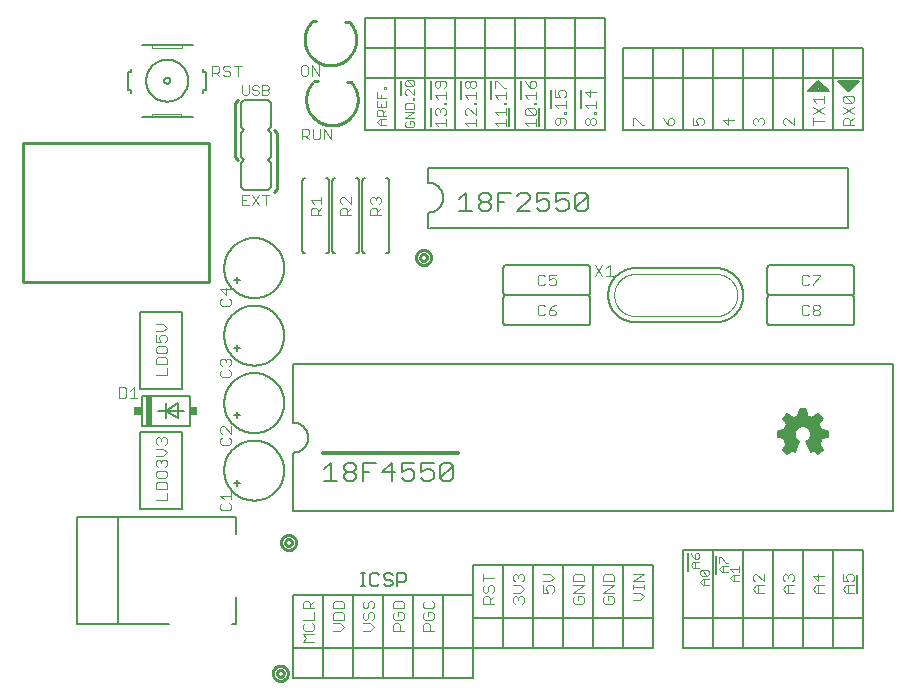
<source format=gto>
G75*
%MOIN*%
%OFA0B0*%
%FSLAX25Y25*%
%IPPOS*%
%LPD*%
%AMOC8*
5,1,8,0,0,1.08239X$1,22.5*
%
%ADD10C,0.00600*%
%ADD11C,0.01000*%
%ADD12C,0.01400*%
%ADD13C,0.00400*%
%ADD14C,0.00300*%
%ADD15C,0.00500*%
%ADD16C,0.00700*%
%ADD17C,0.01200*%
%ADD18C,0.00800*%
%ADD19C,0.00200*%
%ADD20R,0.02000X0.10000*%
%ADD21R,0.02500X0.03000*%
D10*
X0091461Y0138333D02*
X0101461Y0138333D01*
X0101461Y0165833D01*
X0111461Y0165833D01*
X0111461Y0138333D01*
X0101461Y0138333D01*
X0111461Y0138333D02*
X0121461Y0138333D01*
X0121461Y0165833D01*
X0131461Y0165833D01*
X0131461Y0138333D01*
X0121461Y0138333D01*
X0131461Y0138333D02*
X0141461Y0138333D01*
X0141461Y0165833D01*
X0151461Y0165833D02*
X0151461Y0158333D01*
X0211461Y0158333D01*
X0211461Y0148333D01*
X0201461Y0148333D01*
X0201461Y0175833D01*
X0191461Y0175833D02*
X0211461Y0175833D01*
X0211461Y0158333D01*
X0221461Y0158333D02*
X0281461Y0158333D01*
X0281461Y0148333D01*
X0271461Y0148333D01*
X0271461Y0180833D01*
X0281461Y0180833D01*
X0281461Y0158333D01*
X0279511Y0166633D02*
X0279511Y0172533D01*
X0271461Y0180833D02*
X0261461Y0180833D01*
X0261461Y0148333D01*
X0271461Y0148333D01*
X0261461Y0148333D02*
X0251461Y0148333D01*
X0251461Y0180833D01*
X0261461Y0180833D01*
X0251461Y0180833D02*
X0241461Y0180833D01*
X0241461Y0148333D01*
X0251461Y0148333D01*
X0241461Y0148333D02*
X0231461Y0148333D01*
X0231461Y0180833D01*
X0241461Y0180833D01*
X0232561Y0178708D02*
X0232561Y0172808D01*
X0231461Y0180833D02*
X0221461Y0180833D01*
X0221461Y0158333D01*
X0221461Y0148333D01*
X0231461Y0148333D01*
X0223211Y0173883D02*
X0223211Y0179783D01*
X0191461Y0175833D02*
X0191461Y0148333D01*
X0181461Y0148333D01*
X0181461Y0175833D01*
X0191461Y0175833D01*
X0181461Y0175833D02*
X0171461Y0175833D01*
X0171461Y0148333D01*
X0161461Y0148333D01*
X0161461Y0175833D01*
X0171461Y0175833D01*
X0161461Y0175833D02*
X0151461Y0175833D01*
X0151461Y0165833D01*
X0131461Y0165833D01*
X0121461Y0165833D02*
X0111461Y0165833D01*
X0101461Y0165833D02*
X0091461Y0165833D01*
X0091461Y0148333D01*
X0151461Y0148333D01*
X0151461Y0138333D01*
X0141461Y0138333D01*
X0151461Y0148333D02*
X0161461Y0148333D01*
X0171461Y0148333D02*
X0181461Y0148333D01*
X0191461Y0148333D02*
X0201461Y0148333D01*
X0151461Y0148333D02*
X0151461Y0158333D01*
X0091461Y0148333D02*
X0091461Y0138333D01*
X0091461Y0193833D02*
X0291461Y0193833D01*
X0291461Y0242833D01*
X0091461Y0242833D01*
X0091461Y0223333D01*
X0091601Y0223331D01*
X0091741Y0223325D01*
X0091881Y0223315D01*
X0092021Y0223302D01*
X0092160Y0223284D01*
X0092299Y0223262D01*
X0092436Y0223237D01*
X0092574Y0223208D01*
X0092710Y0223175D01*
X0092845Y0223138D01*
X0092979Y0223097D01*
X0093112Y0223052D01*
X0093244Y0223004D01*
X0093374Y0222952D01*
X0093503Y0222897D01*
X0093630Y0222838D01*
X0093756Y0222775D01*
X0093880Y0222709D01*
X0094001Y0222640D01*
X0094121Y0222567D01*
X0094239Y0222490D01*
X0094354Y0222411D01*
X0094468Y0222328D01*
X0094578Y0222242D01*
X0094687Y0222153D01*
X0094793Y0222061D01*
X0094896Y0221966D01*
X0094997Y0221869D01*
X0095094Y0221768D01*
X0095189Y0221665D01*
X0095281Y0221559D01*
X0095370Y0221450D01*
X0095456Y0221340D01*
X0095539Y0221226D01*
X0095618Y0221111D01*
X0095695Y0220993D01*
X0095768Y0220873D01*
X0095837Y0220752D01*
X0095903Y0220628D01*
X0095966Y0220502D01*
X0096025Y0220375D01*
X0096080Y0220246D01*
X0096132Y0220116D01*
X0096180Y0219984D01*
X0096225Y0219851D01*
X0096266Y0219717D01*
X0096303Y0219582D01*
X0096336Y0219446D01*
X0096365Y0219308D01*
X0096390Y0219171D01*
X0096412Y0219032D01*
X0096430Y0218893D01*
X0096443Y0218753D01*
X0096453Y0218613D01*
X0096459Y0218473D01*
X0096461Y0218333D01*
X0096459Y0218193D01*
X0096453Y0218053D01*
X0096443Y0217913D01*
X0096430Y0217773D01*
X0096412Y0217634D01*
X0096390Y0217495D01*
X0096365Y0217358D01*
X0096336Y0217220D01*
X0096303Y0217084D01*
X0096266Y0216949D01*
X0096225Y0216815D01*
X0096180Y0216682D01*
X0096132Y0216550D01*
X0096080Y0216420D01*
X0096025Y0216291D01*
X0095966Y0216164D01*
X0095903Y0216038D01*
X0095837Y0215914D01*
X0095768Y0215793D01*
X0095695Y0215673D01*
X0095618Y0215555D01*
X0095539Y0215440D01*
X0095456Y0215326D01*
X0095370Y0215216D01*
X0095281Y0215107D01*
X0095189Y0215001D01*
X0095094Y0214898D01*
X0094997Y0214797D01*
X0094896Y0214700D01*
X0094793Y0214605D01*
X0094687Y0214513D01*
X0094578Y0214424D01*
X0094468Y0214338D01*
X0094354Y0214255D01*
X0094239Y0214176D01*
X0094121Y0214099D01*
X0094001Y0214026D01*
X0093880Y0213957D01*
X0093756Y0213891D01*
X0093630Y0213828D01*
X0093503Y0213769D01*
X0093374Y0213714D01*
X0093244Y0213662D01*
X0093112Y0213614D01*
X0092979Y0213569D01*
X0092845Y0213528D01*
X0092710Y0213491D01*
X0092574Y0213458D01*
X0092436Y0213429D01*
X0092299Y0213404D01*
X0092160Y0213382D01*
X0092021Y0213364D01*
X0091881Y0213351D01*
X0091741Y0213341D01*
X0091601Y0213335D01*
X0091461Y0213333D01*
X0091461Y0193833D01*
X0068461Y0207333D02*
X0068464Y0207578D01*
X0068473Y0207824D01*
X0068488Y0208069D01*
X0068509Y0208313D01*
X0068536Y0208557D01*
X0068569Y0208800D01*
X0068608Y0209043D01*
X0068653Y0209284D01*
X0068704Y0209524D01*
X0068761Y0209763D01*
X0068823Y0210000D01*
X0068892Y0210236D01*
X0068966Y0210470D01*
X0069046Y0210702D01*
X0069131Y0210932D01*
X0069222Y0211160D01*
X0069319Y0211385D01*
X0069421Y0211609D01*
X0069529Y0211829D01*
X0069642Y0212047D01*
X0069760Y0212262D01*
X0069884Y0212474D01*
X0070012Y0212683D01*
X0070146Y0212889D01*
X0070285Y0213091D01*
X0070429Y0213290D01*
X0070578Y0213485D01*
X0070731Y0213677D01*
X0070889Y0213865D01*
X0071051Y0214049D01*
X0071219Y0214228D01*
X0071390Y0214404D01*
X0071566Y0214575D01*
X0071745Y0214743D01*
X0071929Y0214905D01*
X0072117Y0215063D01*
X0072309Y0215216D01*
X0072504Y0215365D01*
X0072703Y0215509D01*
X0072905Y0215648D01*
X0073111Y0215782D01*
X0073320Y0215910D01*
X0073532Y0216034D01*
X0073747Y0216152D01*
X0073965Y0216265D01*
X0074185Y0216373D01*
X0074409Y0216475D01*
X0074634Y0216572D01*
X0074862Y0216663D01*
X0075092Y0216748D01*
X0075324Y0216828D01*
X0075558Y0216902D01*
X0075794Y0216971D01*
X0076031Y0217033D01*
X0076270Y0217090D01*
X0076510Y0217141D01*
X0076751Y0217186D01*
X0076994Y0217225D01*
X0077237Y0217258D01*
X0077481Y0217285D01*
X0077725Y0217306D01*
X0077970Y0217321D01*
X0078216Y0217330D01*
X0078461Y0217333D01*
X0078706Y0217330D01*
X0078952Y0217321D01*
X0079197Y0217306D01*
X0079441Y0217285D01*
X0079685Y0217258D01*
X0079928Y0217225D01*
X0080171Y0217186D01*
X0080412Y0217141D01*
X0080652Y0217090D01*
X0080891Y0217033D01*
X0081128Y0216971D01*
X0081364Y0216902D01*
X0081598Y0216828D01*
X0081830Y0216748D01*
X0082060Y0216663D01*
X0082288Y0216572D01*
X0082513Y0216475D01*
X0082737Y0216373D01*
X0082957Y0216265D01*
X0083175Y0216152D01*
X0083390Y0216034D01*
X0083602Y0215910D01*
X0083811Y0215782D01*
X0084017Y0215648D01*
X0084219Y0215509D01*
X0084418Y0215365D01*
X0084613Y0215216D01*
X0084805Y0215063D01*
X0084993Y0214905D01*
X0085177Y0214743D01*
X0085356Y0214575D01*
X0085532Y0214404D01*
X0085703Y0214228D01*
X0085871Y0214049D01*
X0086033Y0213865D01*
X0086191Y0213677D01*
X0086344Y0213485D01*
X0086493Y0213290D01*
X0086637Y0213091D01*
X0086776Y0212889D01*
X0086910Y0212683D01*
X0087038Y0212474D01*
X0087162Y0212262D01*
X0087280Y0212047D01*
X0087393Y0211829D01*
X0087501Y0211609D01*
X0087603Y0211385D01*
X0087700Y0211160D01*
X0087791Y0210932D01*
X0087876Y0210702D01*
X0087956Y0210470D01*
X0088030Y0210236D01*
X0088099Y0210000D01*
X0088161Y0209763D01*
X0088218Y0209524D01*
X0088269Y0209284D01*
X0088314Y0209043D01*
X0088353Y0208800D01*
X0088386Y0208557D01*
X0088413Y0208313D01*
X0088434Y0208069D01*
X0088449Y0207824D01*
X0088458Y0207578D01*
X0088461Y0207333D01*
X0088458Y0207088D01*
X0088449Y0206842D01*
X0088434Y0206597D01*
X0088413Y0206353D01*
X0088386Y0206109D01*
X0088353Y0205866D01*
X0088314Y0205623D01*
X0088269Y0205382D01*
X0088218Y0205142D01*
X0088161Y0204903D01*
X0088099Y0204666D01*
X0088030Y0204430D01*
X0087956Y0204196D01*
X0087876Y0203964D01*
X0087791Y0203734D01*
X0087700Y0203506D01*
X0087603Y0203281D01*
X0087501Y0203057D01*
X0087393Y0202837D01*
X0087280Y0202619D01*
X0087162Y0202404D01*
X0087038Y0202192D01*
X0086910Y0201983D01*
X0086776Y0201777D01*
X0086637Y0201575D01*
X0086493Y0201376D01*
X0086344Y0201181D01*
X0086191Y0200989D01*
X0086033Y0200801D01*
X0085871Y0200617D01*
X0085703Y0200438D01*
X0085532Y0200262D01*
X0085356Y0200091D01*
X0085177Y0199923D01*
X0084993Y0199761D01*
X0084805Y0199603D01*
X0084613Y0199450D01*
X0084418Y0199301D01*
X0084219Y0199157D01*
X0084017Y0199018D01*
X0083811Y0198884D01*
X0083602Y0198756D01*
X0083390Y0198632D01*
X0083175Y0198514D01*
X0082957Y0198401D01*
X0082737Y0198293D01*
X0082513Y0198191D01*
X0082288Y0198094D01*
X0082060Y0198003D01*
X0081830Y0197918D01*
X0081598Y0197838D01*
X0081364Y0197764D01*
X0081128Y0197695D01*
X0080891Y0197633D01*
X0080652Y0197576D01*
X0080412Y0197525D01*
X0080171Y0197480D01*
X0079928Y0197441D01*
X0079685Y0197408D01*
X0079441Y0197381D01*
X0079197Y0197360D01*
X0078952Y0197345D01*
X0078706Y0197336D01*
X0078461Y0197333D01*
X0078216Y0197336D01*
X0077970Y0197345D01*
X0077725Y0197360D01*
X0077481Y0197381D01*
X0077237Y0197408D01*
X0076994Y0197441D01*
X0076751Y0197480D01*
X0076510Y0197525D01*
X0076270Y0197576D01*
X0076031Y0197633D01*
X0075794Y0197695D01*
X0075558Y0197764D01*
X0075324Y0197838D01*
X0075092Y0197918D01*
X0074862Y0198003D01*
X0074634Y0198094D01*
X0074409Y0198191D01*
X0074185Y0198293D01*
X0073965Y0198401D01*
X0073747Y0198514D01*
X0073532Y0198632D01*
X0073320Y0198756D01*
X0073111Y0198884D01*
X0072905Y0199018D01*
X0072703Y0199157D01*
X0072504Y0199301D01*
X0072309Y0199450D01*
X0072117Y0199603D01*
X0071929Y0199761D01*
X0071745Y0199923D01*
X0071566Y0200091D01*
X0071390Y0200262D01*
X0071219Y0200438D01*
X0071051Y0200617D01*
X0070889Y0200801D01*
X0070731Y0200989D01*
X0070578Y0201181D01*
X0070429Y0201376D01*
X0070285Y0201575D01*
X0070146Y0201777D01*
X0070012Y0201983D01*
X0069884Y0202192D01*
X0069760Y0202404D01*
X0069642Y0202619D01*
X0069529Y0202837D01*
X0069421Y0203057D01*
X0069319Y0203281D01*
X0069222Y0203506D01*
X0069131Y0203734D01*
X0069046Y0203964D01*
X0068966Y0204196D01*
X0068892Y0204430D01*
X0068823Y0204666D01*
X0068761Y0204903D01*
X0068704Y0205142D01*
X0068653Y0205382D01*
X0068608Y0205623D01*
X0068569Y0205866D01*
X0068536Y0206109D01*
X0068509Y0206353D01*
X0068488Y0206597D01*
X0068473Y0206842D01*
X0068464Y0207088D01*
X0068461Y0207333D01*
X0071711Y0203333D02*
X0073711Y0203333D01*
X0072711Y0202333D02*
X0072711Y0204333D01*
X0056961Y0222333D02*
X0056961Y0232333D01*
X0040961Y0232333D01*
X0040961Y0222333D01*
X0056961Y0222333D01*
X0052961Y0224833D02*
X0048961Y0227333D01*
X0048961Y0224833D01*
X0048961Y0227333D02*
X0048961Y0229833D01*
X0048961Y0227333D02*
X0052961Y0229833D01*
X0052961Y0224833D01*
X0054961Y0227333D02*
X0048961Y0227333D01*
X0046461Y0227333D01*
X0071711Y0225833D02*
X0073711Y0225833D01*
X0072711Y0224833D02*
X0072711Y0226833D01*
X0068461Y0229833D02*
X0068464Y0230078D01*
X0068473Y0230324D01*
X0068488Y0230569D01*
X0068509Y0230813D01*
X0068536Y0231057D01*
X0068569Y0231300D01*
X0068608Y0231543D01*
X0068653Y0231784D01*
X0068704Y0232024D01*
X0068761Y0232263D01*
X0068823Y0232500D01*
X0068892Y0232736D01*
X0068966Y0232970D01*
X0069046Y0233202D01*
X0069131Y0233432D01*
X0069222Y0233660D01*
X0069319Y0233885D01*
X0069421Y0234109D01*
X0069529Y0234329D01*
X0069642Y0234547D01*
X0069760Y0234762D01*
X0069884Y0234974D01*
X0070012Y0235183D01*
X0070146Y0235389D01*
X0070285Y0235591D01*
X0070429Y0235790D01*
X0070578Y0235985D01*
X0070731Y0236177D01*
X0070889Y0236365D01*
X0071051Y0236549D01*
X0071219Y0236728D01*
X0071390Y0236904D01*
X0071566Y0237075D01*
X0071745Y0237243D01*
X0071929Y0237405D01*
X0072117Y0237563D01*
X0072309Y0237716D01*
X0072504Y0237865D01*
X0072703Y0238009D01*
X0072905Y0238148D01*
X0073111Y0238282D01*
X0073320Y0238410D01*
X0073532Y0238534D01*
X0073747Y0238652D01*
X0073965Y0238765D01*
X0074185Y0238873D01*
X0074409Y0238975D01*
X0074634Y0239072D01*
X0074862Y0239163D01*
X0075092Y0239248D01*
X0075324Y0239328D01*
X0075558Y0239402D01*
X0075794Y0239471D01*
X0076031Y0239533D01*
X0076270Y0239590D01*
X0076510Y0239641D01*
X0076751Y0239686D01*
X0076994Y0239725D01*
X0077237Y0239758D01*
X0077481Y0239785D01*
X0077725Y0239806D01*
X0077970Y0239821D01*
X0078216Y0239830D01*
X0078461Y0239833D01*
X0078706Y0239830D01*
X0078952Y0239821D01*
X0079197Y0239806D01*
X0079441Y0239785D01*
X0079685Y0239758D01*
X0079928Y0239725D01*
X0080171Y0239686D01*
X0080412Y0239641D01*
X0080652Y0239590D01*
X0080891Y0239533D01*
X0081128Y0239471D01*
X0081364Y0239402D01*
X0081598Y0239328D01*
X0081830Y0239248D01*
X0082060Y0239163D01*
X0082288Y0239072D01*
X0082513Y0238975D01*
X0082737Y0238873D01*
X0082957Y0238765D01*
X0083175Y0238652D01*
X0083390Y0238534D01*
X0083602Y0238410D01*
X0083811Y0238282D01*
X0084017Y0238148D01*
X0084219Y0238009D01*
X0084418Y0237865D01*
X0084613Y0237716D01*
X0084805Y0237563D01*
X0084993Y0237405D01*
X0085177Y0237243D01*
X0085356Y0237075D01*
X0085532Y0236904D01*
X0085703Y0236728D01*
X0085871Y0236549D01*
X0086033Y0236365D01*
X0086191Y0236177D01*
X0086344Y0235985D01*
X0086493Y0235790D01*
X0086637Y0235591D01*
X0086776Y0235389D01*
X0086910Y0235183D01*
X0087038Y0234974D01*
X0087162Y0234762D01*
X0087280Y0234547D01*
X0087393Y0234329D01*
X0087501Y0234109D01*
X0087603Y0233885D01*
X0087700Y0233660D01*
X0087791Y0233432D01*
X0087876Y0233202D01*
X0087956Y0232970D01*
X0088030Y0232736D01*
X0088099Y0232500D01*
X0088161Y0232263D01*
X0088218Y0232024D01*
X0088269Y0231784D01*
X0088314Y0231543D01*
X0088353Y0231300D01*
X0088386Y0231057D01*
X0088413Y0230813D01*
X0088434Y0230569D01*
X0088449Y0230324D01*
X0088458Y0230078D01*
X0088461Y0229833D01*
X0088458Y0229588D01*
X0088449Y0229342D01*
X0088434Y0229097D01*
X0088413Y0228853D01*
X0088386Y0228609D01*
X0088353Y0228366D01*
X0088314Y0228123D01*
X0088269Y0227882D01*
X0088218Y0227642D01*
X0088161Y0227403D01*
X0088099Y0227166D01*
X0088030Y0226930D01*
X0087956Y0226696D01*
X0087876Y0226464D01*
X0087791Y0226234D01*
X0087700Y0226006D01*
X0087603Y0225781D01*
X0087501Y0225557D01*
X0087393Y0225337D01*
X0087280Y0225119D01*
X0087162Y0224904D01*
X0087038Y0224692D01*
X0086910Y0224483D01*
X0086776Y0224277D01*
X0086637Y0224075D01*
X0086493Y0223876D01*
X0086344Y0223681D01*
X0086191Y0223489D01*
X0086033Y0223301D01*
X0085871Y0223117D01*
X0085703Y0222938D01*
X0085532Y0222762D01*
X0085356Y0222591D01*
X0085177Y0222423D01*
X0084993Y0222261D01*
X0084805Y0222103D01*
X0084613Y0221950D01*
X0084418Y0221801D01*
X0084219Y0221657D01*
X0084017Y0221518D01*
X0083811Y0221384D01*
X0083602Y0221256D01*
X0083390Y0221132D01*
X0083175Y0221014D01*
X0082957Y0220901D01*
X0082737Y0220793D01*
X0082513Y0220691D01*
X0082288Y0220594D01*
X0082060Y0220503D01*
X0081830Y0220418D01*
X0081598Y0220338D01*
X0081364Y0220264D01*
X0081128Y0220195D01*
X0080891Y0220133D01*
X0080652Y0220076D01*
X0080412Y0220025D01*
X0080171Y0219980D01*
X0079928Y0219941D01*
X0079685Y0219908D01*
X0079441Y0219881D01*
X0079197Y0219860D01*
X0078952Y0219845D01*
X0078706Y0219836D01*
X0078461Y0219833D01*
X0078216Y0219836D01*
X0077970Y0219845D01*
X0077725Y0219860D01*
X0077481Y0219881D01*
X0077237Y0219908D01*
X0076994Y0219941D01*
X0076751Y0219980D01*
X0076510Y0220025D01*
X0076270Y0220076D01*
X0076031Y0220133D01*
X0075794Y0220195D01*
X0075558Y0220264D01*
X0075324Y0220338D01*
X0075092Y0220418D01*
X0074862Y0220503D01*
X0074634Y0220594D01*
X0074409Y0220691D01*
X0074185Y0220793D01*
X0073965Y0220901D01*
X0073747Y0221014D01*
X0073532Y0221132D01*
X0073320Y0221256D01*
X0073111Y0221384D01*
X0072905Y0221518D01*
X0072703Y0221657D01*
X0072504Y0221801D01*
X0072309Y0221950D01*
X0072117Y0222103D01*
X0071929Y0222261D01*
X0071745Y0222423D01*
X0071566Y0222591D01*
X0071390Y0222762D01*
X0071219Y0222938D01*
X0071051Y0223117D01*
X0070889Y0223301D01*
X0070731Y0223489D01*
X0070578Y0223681D01*
X0070429Y0223876D01*
X0070285Y0224075D01*
X0070146Y0224277D01*
X0070012Y0224483D01*
X0069884Y0224692D01*
X0069760Y0224904D01*
X0069642Y0225119D01*
X0069529Y0225337D01*
X0069421Y0225557D01*
X0069319Y0225781D01*
X0069222Y0226006D01*
X0069131Y0226234D01*
X0069046Y0226464D01*
X0068966Y0226696D01*
X0068892Y0226930D01*
X0068823Y0227166D01*
X0068761Y0227403D01*
X0068704Y0227642D01*
X0068653Y0227882D01*
X0068608Y0228123D01*
X0068569Y0228366D01*
X0068536Y0228609D01*
X0068509Y0228853D01*
X0068488Y0229097D01*
X0068473Y0229342D01*
X0068464Y0229588D01*
X0068461Y0229833D01*
X0072711Y0247333D02*
X0072711Y0249333D01*
X0073711Y0248333D02*
X0071711Y0248333D01*
X0068461Y0252333D02*
X0068464Y0252578D01*
X0068473Y0252824D01*
X0068488Y0253069D01*
X0068509Y0253313D01*
X0068536Y0253557D01*
X0068569Y0253800D01*
X0068608Y0254043D01*
X0068653Y0254284D01*
X0068704Y0254524D01*
X0068761Y0254763D01*
X0068823Y0255000D01*
X0068892Y0255236D01*
X0068966Y0255470D01*
X0069046Y0255702D01*
X0069131Y0255932D01*
X0069222Y0256160D01*
X0069319Y0256385D01*
X0069421Y0256609D01*
X0069529Y0256829D01*
X0069642Y0257047D01*
X0069760Y0257262D01*
X0069884Y0257474D01*
X0070012Y0257683D01*
X0070146Y0257889D01*
X0070285Y0258091D01*
X0070429Y0258290D01*
X0070578Y0258485D01*
X0070731Y0258677D01*
X0070889Y0258865D01*
X0071051Y0259049D01*
X0071219Y0259228D01*
X0071390Y0259404D01*
X0071566Y0259575D01*
X0071745Y0259743D01*
X0071929Y0259905D01*
X0072117Y0260063D01*
X0072309Y0260216D01*
X0072504Y0260365D01*
X0072703Y0260509D01*
X0072905Y0260648D01*
X0073111Y0260782D01*
X0073320Y0260910D01*
X0073532Y0261034D01*
X0073747Y0261152D01*
X0073965Y0261265D01*
X0074185Y0261373D01*
X0074409Y0261475D01*
X0074634Y0261572D01*
X0074862Y0261663D01*
X0075092Y0261748D01*
X0075324Y0261828D01*
X0075558Y0261902D01*
X0075794Y0261971D01*
X0076031Y0262033D01*
X0076270Y0262090D01*
X0076510Y0262141D01*
X0076751Y0262186D01*
X0076994Y0262225D01*
X0077237Y0262258D01*
X0077481Y0262285D01*
X0077725Y0262306D01*
X0077970Y0262321D01*
X0078216Y0262330D01*
X0078461Y0262333D01*
X0078706Y0262330D01*
X0078952Y0262321D01*
X0079197Y0262306D01*
X0079441Y0262285D01*
X0079685Y0262258D01*
X0079928Y0262225D01*
X0080171Y0262186D01*
X0080412Y0262141D01*
X0080652Y0262090D01*
X0080891Y0262033D01*
X0081128Y0261971D01*
X0081364Y0261902D01*
X0081598Y0261828D01*
X0081830Y0261748D01*
X0082060Y0261663D01*
X0082288Y0261572D01*
X0082513Y0261475D01*
X0082737Y0261373D01*
X0082957Y0261265D01*
X0083175Y0261152D01*
X0083390Y0261034D01*
X0083602Y0260910D01*
X0083811Y0260782D01*
X0084017Y0260648D01*
X0084219Y0260509D01*
X0084418Y0260365D01*
X0084613Y0260216D01*
X0084805Y0260063D01*
X0084993Y0259905D01*
X0085177Y0259743D01*
X0085356Y0259575D01*
X0085532Y0259404D01*
X0085703Y0259228D01*
X0085871Y0259049D01*
X0086033Y0258865D01*
X0086191Y0258677D01*
X0086344Y0258485D01*
X0086493Y0258290D01*
X0086637Y0258091D01*
X0086776Y0257889D01*
X0086910Y0257683D01*
X0087038Y0257474D01*
X0087162Y0257262D01*
X0087280Y0257047D01*
X0087393Y0256829D01*
X0087501Y0256609D01*
X0087603Y0256385D01*
X0087700Y0256160D01*
X0087791Y0255932D01*
X0087876Y0255702D01*
X0087956Y0255470D01*
X0088030Y0255236D01*
X0088099Y0255000D01*
X0088161Y0254763D01*
X0088218Y0254524D01*
X0088269Y0254284D01*
X0088314Y0254043D01*
X0088353Y0253800D01*
X0088386Y0253557D01*
X0088413Y0253313D01*
X0088434Y0253069D01*
X0088449Y0252824D01*
X0088458Y0252578D01*
X0088461Y0252333D01*
X0088458Y0252088D01*
X0088449Y0251842D01*
X0088434Y0251597D01*
X0088413Y0251353D01*
X0088386Y0251109D01*
X0088353Y0250866D01*
X0088314Y0250623D01*
X0088269Y0250382D01*
X0088218Y0250142D01*
X0088161Y0249903D01*
X0088099Y0249666D01*
X0088030Y0249430D01*
X0087956Y0249196D01*
X0087876Y0248964D01*
X0087791Y0248734D01*
X0087700Y0248506D01*
X0087603Y0248281D01*
X0087501Y0248057D01*
X0087393Y0247837D01*
X0087280Y0247619D01*
X0087162Y0247404D01*
X0087038Y0247192D01*
X0086910Y0246983D01*
X0086776Y0246777D01*
X0086637Y0246575D01*
X0086493Y0246376D01*
X0086344Y0246181D01*
X0086191Y0245989D01*
X0086033Y0245801D01*
X0085871Y0245617D01*
X0085703Y0245438D01*
X0085532Y0245262D01*
X0085356Y0245091D01*
X0085177Y0244923D01*
X0084993Y0244761D01*
X0084805Y0244603D01*
X0084613Y0244450D01*
X0084418Y0244301D01*
X0084219Y0244157D01*
X0084017Y0244018D01*
X0083811Y0243884D01*
X0083602Y0243756D01*
X0083390Y0243632D01*
X0083175Y0243514D01*
X0082957Y0243401D01*
X0082737Y0243293D01*
X0082513Y0243191D01*
X0082288Y0243094D01*
X0082060Y0243003D01*
X0081830Y0242918D01*
X0081598Y0242838D01*
X0081364Y0242764D01*
X0081128Y0242695D01*
X0080891Y0242633D01*
X0080652Y0242576D01*
X0080412Y0242525D01*
X0080171Y0242480D01*
X0079928Y0242441D01*
X0079685Y0242408D01*
X0079441Y0242381D01*
X0079197Y0242360D01*
X0078952Y0242345D01*
X0078706Y0242336D01*
X0078461Y0242333D01*
X0078216Y0242336D01*
X0077970Y0242345D01*
X0077725Y0242360D01*
X0077481Y0242381D01*
X0077237Y0242408D01*
X0076994Y0242441D01*
X0076751Y0242480D01*
X0076510Y0242525D01*
X0076270Y0242576D01*
X0076031Y0242633D01*
X0075794Y0242695D01*
X0075558Y0242764D01*
X0075324Y0242838D01*
X0075092Y0242918D01*
X0074862Y0243003D01*
X0074634Y0243094D01*
X0074409Y0243191D01*
X0074185Y0243293D01*
X0073965Y0243401D01*
X0073747Y0243514D01*
X0073532Y0243632D01*
X0073320Y0243756D01*
X0073111Y0243884D01*
X0072905Y0244018D01*
X0072703Y0244157D01*
X0072504Y0244301D01*
X0072309Y0244450D01*
X0072117Y0244603D01*
X0071929Y0244761D01*
X0071745Y0244923D01*
X0071566Y0245091D01*
X0071390Y0245262D01*
X0071219Y0245438D01*
X0071051Y0245617D01*
X0070889Y0245801D01*
X0070731Y0245989D01*
X0070578Y0246181D01*
X0070429Y0246376D01*
X0070285Y0246575D01*
X0070146Y0246777D01*
X0070012Y0246983D01*
X0069884Y0247192D01*
X0069760Y0247404D01*
X0069642Y0247619D01*
X0069529Y0247837D01*
X0069421Y0248057D01*
X0069319Y0248281D01*
X0069222Y0248506D01*
X0069131Y0248734D01*
X0069046Y0248964D01*
X0068966Y0249196D01*
X0068892Y0249430D01*
X0068823Y0249666D01*
X0068761Y0249903D01*
X0068704Y0250142D01*
X0068653Y0250382D01*
X0068608Y0250623D01*
X0068569Y0250866D01*
X0068536Y0251109D01*
X0068509Y0251353D01*
X0068488Y0251597D01*
X0068473Y0251842D01*
X0068464Y0252088D01*
X0068461Y0252333D01*
X0072711Y0269833D02*
X0072711Y0271833D01*
X0073711Y0270833D02*
X0071711Y0270833D01*
X0068461Y0274833D02*
X0068464Y0275078D01*
X0068473Y0275324D01*
X0068488Y0275569D01*
X0068509Y0275813D01*
X0068536Y0276057D01*
X0068569Y0276300D01*
X0068608Y0276543D01*
X0068653Y0276784D01*
X0068704Y0277024D01*
X0068761Y0277263D01*
X0068823Y0277500D01*
X0068892Y0277736D01*
X0068966Y0277970D01*
X0069046Y0278202D01*
X0069131Y0278432D01*
X0069222Y0278660D01*
X0069319Y0278885D01*
X0069421Y0279109D01*
X0069529Y0279329D01*
X0069642Y0279547D01*
X0069760Y0279762D01*
X0069884Y0279974D01*
X0070012Y0280183D01*
X0070146Y0280389D01*
X0070285Y0280591D01*
X0070429Y0280790D01*
X0070578Y0280985D01*
X0070731Y0281177D01*
X0070889Y0281365D01*
X0071051Y0281549D01*
X0071219Y0281728D01*
X0071390Y0281904D01*
X0071566Y0282075D01*
X0071745Y0282243D01*
X0071929Y0282405D01*
X0072117Y0282563D01*
X0072309Y0282716D01*
X0072504Y0282865D01*
X0072703Y0283009D01*
X0072905Y0283148D01*
X0073111Y0283282D01*
X0073320Y0283410D01*
X0073532Y0283534D01*
X0073747Y0283652D01*
X0073965Y0283765D01*
X0074185Y0283873D01*
X0074409Y0283975D01*
X0074634Y0284072D01*
X0074862Y0284163D01*
X0075092Y0284248D01*
X0075324Y0284328D01*
X0075558Y0284402D01*
X0075794Y0284471D01*
X0076031Y0284533D01*
X0076270Y0284590D01*
X0076510Y0284641D01*
X0076751Y0284686D01*
X0076994Y0284725D01*
X0077237Y0284758D01*
X0077481Y0284785D01*
X0077725Y0284806D01*
X0077970Y0284821D01*
X0078216Y0284830D01*
X0078461Y0284833D01*
X0078706Y0284830D01*
X0078952Y0284821D01*
X0079197Y0284806D01*
X0079441Y0284785D01*
X0079685Y0284758D01*
X0079928Y0284725D01*
X0080171Y0284686D01*
X0080412Y0284641D01*
X0080652Y0284590D01*
X0080891Y0284533D01*
X0081128Y0284471D01*
X0081364Y0284402D01*
X0081598Y0284328D01*
X0081830Y0284248D01*
X0082060Y0284163D01*
X0082288Y0284072D01*
X0082513Y0283975D01*
X0082737Y0283873D01*
X0082957Y0283765D01*
X0083175Y0283652D01*
X0083390Y0283534D01*
X0083602Y0283410D01*
X0083811Y0283282D01*
X0084017Y0283148D01*
X0084219Y0283009D01*
X0084418Y0282865D01*
X0084613Y0282716D01*
X0084805Y0282563D01*
X0084993Y0282405D01*
X0085177Y0282243D01*
X0085356Y0282075D01*
X0085532Y0281904D01*
X0085703Y0281728D01*
X0085871Y0281549D01*
X0086033Y0281365D01*
X0086191Y0281177D01*
X0086344Y0280985D01*
X0086493Y0280790D01*
X0086637Y0280591D01*
X0086776Y0280389D01*
X0086910Y0280183D01*
X0087038Y0279974D01*
X0087162Y0279762D01*
X0087280Y0279547D01*
X0087393Y0279329D01*
X0087501Y0279109D01*
X0087603Y0278885D01*
X0087700Y0278660D01*
X0087791Y0278432D01*
X0087876Y0278202D01*
X0087956Y0277970D01*
X0088030Y0277736D01*
X0088099Y0277500D01*
X0088161Y0277263D01*
X0088218Y0277024D01*
X0088269Y0276784D01*
X0088314Y0276543D01*
X0088353Y0276300D01*
X0088386Y0276057D01*
X0088413Y0275813D01*
X0088434Y0275569D01*
X0088449Y0275324D01*
X0088458Y0275078D01*
X0088461Y0274833D01*
X0088458Y0274588D01*
X0088449Y0274342D01*
X0088434Y0274097D01*
X0088413Y0273853D01*
X0088386Y0273609D01*
X0088353Y0273366D01*
X0088314Y0273123D01*
X0088269Y0272882D01*
X0088218Y0272642D01*
X0088161Y0272403D01*
X0088099Y0272166D01*
X0088030Y0271930D01*
X0087956Y0271696D01*
X0087876Y0271464D01*
X0087791Y0271234D01*
X0087700Y0271006D01*
X0087603Y0270781D01*
X0087501Y0270557D01*
X0087393Y0270337D01*
X0087280Y0270119D01*
X0087162Y0269904D01*
X0087038Y0269692D01*
X0086910Y0269483D01*
X0086776Y0269277D01*
X0086637Y0269075D01*
X0086493Y0268876D01*
X0086344Y0268681D01*
X0086191Y0268489D01*
X0086033Y0268301D01*
X0085871Y0268117D01*
X0085703Y0267938D01*
X0085532Y0267762D01*
X0085356Y0267591D01*
X0085177Y0267423D01*
X0084993Y0267261D01*
X0084805Y0267103D01*
X0084613Y0266950D01*
X0084418Y0266801D01*
X0084219Y0266657D01*
X0084017Y0266518D01*
X0083811Y0266384D01*
X0083602Y0266256D01*
X0083390Y0266132D01*
X0083175Y0266014D01*
X0082957Y0265901D01*
X0082737Y0265793D01*
X0082513Y0265691D01*
X0082288Y0265594D01*
X0082060Y0265503D01*
X0081830Y0265418D01*
X0081598Y0265338D01*
X0081364Y0265264D01*
X0081128Y0265195D01*
X0080891Y0265133D01*
X0080652Y0265076D01*
X0080412Y0265025D01*
X0080171Y0264980D01*
X0079928Y0264941D01*
X0079685Y0264908D01*
X0079441Y0264881D01*
X0079197Y0264860D01*
X0078952Y0264845D01*
X0078706Y0264836D01*
X0078461Y0264833D01*
X0078216Y0264836D01*
X0077970Y0264845D01*
X0077725Y0264860D01*
X0077481Y0264881D01*
X0077237Y0264908D01*
X0076994Y0264941D01*
X0076751Y0264980D01*
X0076510Y0265025D01*
X0076270Y0265076D01*
X0076031Y0265133D01*
X0075794Y0265195D01*
X0075558Y0265264D01*
X0075324Y0265338D01*
X0075092Y0265418D01*
X0074862Y0265503D01*
X0074634Y0265594D01*
X0074409Y0265691D01*
X0074185Y0265793D01*
X0073965Y0265901D01*
X0073747Y0266014D01*
X0073532Y0266132D01*
X0073320Y0266256D01*
X0073111Y0266384D01*
X0072905Y0266518D01*
X0072703Y0266657D01*
X0072504Y0266801D01*
X0072309Y0266950D01*
X0072117Y0267103D01*
X0071929Y0267261D01*
X0071745Y0267423D01*
X0071566Y0267591D01*
X0071390Y0267762D01*
X0071219Y0267938D01*
X0071051Y0268117D01*
X0070889Y0268301D01*
X0070731Y0268489D01*
X0070578Y0268681D01*
X0070429Y0268876D01*
X0070285Y0269075D01*
X0070146Y0269277D01*
X0070012Y0269483D01*
X0069884Y0269692D01*
X0069760Y0269904D01*
X0069642Y0270119D01*
X0069529Y0270337D01*
X0069421Y0270557D01*
X0069319Y0270781D01*
X0069222Y0271006D01*
X0069131Y0271234D01*
X0069046Y0271464D01*
X0068966Y0271696D01*
X0068892Y0271930D01*
X0068823Y0272166D01*
X0068761Y0272403D01*
X0068704Y0272642D01*
X0068653Y0272882D01*
X0068608Y0273123D01*
X0068569Y0273366D01*
X0068536Y0273609D01*
X0068509Y0273853D01*
X0068488Y0274097D01*
X0068473Y0274342D01*
X0068464Y0274588D01*
X0068461Y0274833D01*
X0094461Y0280833D02*
X0094461Y0282333D01*
X0094461Y0303833D01*
X0094463Y0303893D01*
X0094468Y0303954D01*
X0094477Y0304013D01*
X0094490Y0304072D01*
X0094506Y0304131D01*
X0094526Y0304188D01*
X0094549Y0304243D01*
X0094576Y0304298D01*
X0094605Y0304350D01*
X0094638Y0304401D01*
X0094674Y0304450D01*
X0094712Y0304496D01*
X0094754Y0304540D01*
X0094798Y0304582D01*
X0094844Y0304620D01*
X0094893Y0304656D01*
X0094944Y0304689D01*
X0094996Y0304718D01*
X0095051Y0304745D01*
X0095106Y0304768D01*
X0095163Y0304788D01*
X0095222Y0304804D01*
X0095281Y0304817D01*
X0095340Y0304826D01*
X0095401Y0304831D01*
X0095461Y0304833D01*
X0102461Y0304833D02*
X0102521Y0304831D01*
X0102582Y0304826D01*
X0102641Y0304817D01*
X0102700Y0304804D01*
X0102759Y0304788D01*
X0102816Y0304768D01*
X0102871Y0304745D01*
X0102926Y0304718D01*
X0102978Y0304689D01*
X0103029Y0304656D01*
X0103078Y0304620D01*
X0103124Y0304582D01*
X0103168Y0304540D01*
X0103210Y0304496D01*
X0103248Y0304450D01*
X0103284Y0304401D01*
X0103317Y0304350D01*
X0103346Y0304298D01*
X0103373Y0304243D01*
X0103396Y0304188D01*
X0103416Y0304131D01*
X0103432Y0304072D01*
X0103445Y0304013D01*
X0103454Y0303954D01*
X0103459Y0303893D01*
X0103461Y0303833D01*
X0103461Y0282333D01*
X0103461Y0280833D01*
X0104461Y0280833D02*
X0104461Y0282333D01*
X0104461Y0303833D01*
X0104463Y0303893D01*
X0104468Y0303954D01*
X0104477Y0304013D01*
X0104490Y0304072D01*
X0104506Y0304131D01*
X0104526Y0304188D01*
X0104549Y0304243D01*
X0104576Y0304298D01*
X0104605Y0304350D01*
X0104638Y0304401D01*
X0104674Y0304450D01*
X0104712Y0304496D01*
X0104754Y0304540D01*
X0104798Y0304582D01*
X0104844Y0304620D01*
X0104893Y0304656D01*
X0104944Y0304689D01*
X0104996Y0304718D01*
X0105051Y0304745D01*
X0105106Y0304768D01*
X0105163Y0304788D01*
X0105222Y0304804D01*
X0105281Y0304817D01*
X0105340Y0304826D01*
X0105401Y0304831D01*
X0105461Y0304833D01*
X0112461Y0304833D02*
X0112521Y0304831D01*
X0112582Y0304826D01*
X0112641Y0304817D01*
X0112700Y0304804D01*
X0112759Y0304788D01*
X0112816Y0304768D01*
X0112871Y0304745D01*
X0112926Y0304718D01*
X0112978Y0304689D01*
X0113029Y0304656D01*
X0113078Y0304620D01*
X0113124Y0304582D01*
X0113168Y0304540D01*
X0113210Y0304496D01*
X0113248Y0304450D01*
X0113284Y0304401D01*
X0113317Y0304350D01*
X0113346Y0304298D01*
X0113373Y0304243D01*
X0113396Y0304188D01*
X0113416Y0304131D01*
X0113432Y0304072D01*
X0113445Y0304013D01*
X0113454Y0303954D01*
X0113459Y0303893D01*
X0113461Y0303833D01*
X0113461Y0282333D01*
X0113461Y0280833D01*
X0114461Y0280833D02*
X0114461Y0282333D01*
X0114461Y0303833D01*
X0114463Y0303893D01*
X0114468Y0303954D01*
X0114477Y0304013D01*
X0114490Y0304072D01*
X0114506Y0304131D01*
X0114526Y0304188D01*
X0114549Y0304243D01*
X0114576Y0304298D01*
X0114605Y0304350D01*
X0114638Y0304401D01*
X0114674Y0304450D01*
X0114712Y0304496D01*
X0114754Y0304540D01*
X0114798Y0304582D01*
X0114844Y0304620D01*
X0114893Y0304656D01*
X0114944Y0304689D01*
X0114996Y0304718D01*
X0115051Y0304745D01*
X0115106Y0304768D01*
X0115163Y0304788D01*
X0115222Y0304804D01*
X0115281Y0304817D01*
X0115340Y0304826D01*
X0115401Y0304831D01*
X0115461Y0304833D01*
X0122461Y0304833D02*
X0122521Y0304831D01*
X0122582Y0304826D01*
X0122641Y0304817D01*
X0122700Y0304804D01*
X0122759Y0304788D01*
X0122816Y0304768D01*
X0122871Y0304745D01*
X0122926Y0304718D01*
X0122978Y0304689D01*
X0123029Y0304656D01*
X0123078Y0304620D01*
X0123124Y0304582D01*
X0123168Y0304540D01*
X0123210Y0304496D01*
X0123248Y0304450D01*
X0123284Y0304401D01*
X0123317Y0304350D01*
X0123346Y0304298D01*
X0123373Y0304243D01*
X0123396Y0304188D01*
X0123416Y0304131D01*
X0123432Y0304072D01*
X0123445Y0304013D01*
X0123454Y0303954D01*
X0123459Y0303893D01*
X0123461Y0303833D01*
X0123461Y0282333D01*
X0123461Y0280833D01*
X0123459Y0280773D01*
X0123454Y0280712D01*
X0123445Y0280653D01*
X0123432Y0280594D01*
X0123416Y0280535D01*
X0123396Y0280478D01*
X0123373Y0280423D01*
X0123346Y0280368D01*
X0123317Y0280316D01*
X0123284Y0280265D01*
X0123248Y0280216D01*
X0123210Y0280170D01*
X0123168Y0280126D01*
X0123124Y0280084D01*
X0123078Y0280046D01*
X0123029Y0280010D01*
X0122978Y0279977D01*
X0122926Y0279948D01*
X0122871Y0279921D01*
X0122816Y0279898D01*
X0122759Y0279878D01*
X0122700Y0279862D01*
X0122641Y0279849D01*
X0122582Y0279840D01*
X0122521Y0279835D01*
X0122461Y0279833D01*
X0115461Y0279833D02*
X0115401Y0279835D01*
X0115340Y0279840D01*
X0115281Y0279849D01*
X0115222Y0279862D01*
X0115163Y0279878D01*
X0115106Y0279898D01*
X0115051Y0279921D01*
X0114996Y0279948D01*
X0114944Y0279977D01*
X0114893Y0280010D01*
X0114844Y0280046D01*
X0114798Y0280084D01*
X0114754Y0280126D01*
X0114712Y0280170D01*
X0114674Y0280216D01*
X0114638Y0280265D01*
X0114605Y0280316D01*
X0114576Y0280368D01*
X0114549Y0280423D01*
X0114526Y0280478D01*
X0114506Y0280535D01*
X0114490Y0280594D01*
X0114477Y0280653D01*
X0114468Y0280712D01*
X0114463Y0280773D01*
X0114461Y0280833D01*
X0113461Y0280833D02*
X0113459Y0280773D01*
X0113454Y0280712D01*
X0113445Y0280653D01*
X0113432Y0280594D01*
X0113416Y0280535D01*
X0113396Y0280478D01*
X0113373Y0280423D01*
X0113346Y0280368D01*
X0113317Y0280316D01*
X0113284Y0280265D01*
X0113248Y0280216D01*
X0113210Y0280170D01*
X0113168Y0280126D01*
X0113124Y0280084D01*
X0113078Y0280046D01*
X0113029Y0280010D01*
X0112978Y0279977D01*
X0112926Y0279948D01*
X0112871Y0279921D01*
X0112816Y0279898D01*
X0112759Y0279878D01*
X0112700Y0279862D01*
X0112641Y0279849D01*
X0112582Y0279840D01*
X0112521Y0279835D01*
X0112461Y0279833D01*
X0105461Y0279833D02*
X0105401Y0279835D01*
X0105340Y0279840D01*
X0105281Y0279849D01*
X0105222Y0279862D01*
X0105163Y0279878D01*
X0105106Y0279898D01*
X0105051Y0279921D01*
X0104996Y0279948D01*
X0104944Y0279977D01*
X0104893Y0280010D01*
X0104844Y0280046D01*
X0104798Y0280084D01*
X0104754Y0280126D01*
X0104712Y0280170D01*
X0104674Y0280216D01*
X0104638Y0280265D01*
X0104605Y0280316D01*
X0104576Y0280368D01*
X0104549Y0280423D01*
X0104526Y0280478D01*
X0104506Y0280535D01*
X0104490Y0280594D01*
X0104477Y0280653D01*
X0104468Y0280712D01*
X0104463Y0280773D01*
X0104461Y0280833D01*
X0103461Y0280833D02*
X0103459Y0280773D01*
X0103454Y0280712D01*
X0103445Y0280653D01*
X0103432Y0280594D01*
X0103416Y0280535D01*
X0103396Y0280478D01*
X0103373Y0280423D01*
X0103346Y0280368D01*
X0103317Y0280316D01*
X0103284Y0280265D01*
X0103248Y0280216D01*
X0103210Y0280170D01*
X0103168Y0280126D01*
X0103124Y0280084D01*
X0103078Y0280046D01*
X0103029Y0280010D01*
X0102978Y0279977D01*
X0102926Y0279948D01*
X0102871Y0279921D01*
X0102816Y0279898D01*
X0102759Y0279878D01*
X0102700Y0279862D01*
X0102641Y0279849D01*
X0102582Y0279840D01*
X0102521Y0279835D01*
X0102461Y0279833D01*
X0095461Y0279833D02*
X0095401Y0279835D01*
X0095340Y0279840D01*
X0095281Y0279849D01*
X0095222Y0279862D01*
X0095163Y0279878D01*
X0095106Y0279898D01*
X0095051Y0279921D01*
X0094996Y0279948D01*
X0094944Y0279977D01*
X0094893Y0280010D01*
X0094844Y0280046D01*
X0094798Y0280084D01*
X0094754Y0280126D01*
X0094712Y0280170D01*
X0094674Y0280216D01*
X0094638Y0280265D01*
X0094605Y0280316D01*
X0094576Y0280368D01*
X0094549Y0280423D01*
X0094526Y0280478D01*
X0094506Y0280535D01*
X0094490Y0280594D01*
X0094477Y0280653D01*
X0094468Y0280712D01*
X0094463Y0280773D01*
X0094461Y0280833D01*
X0082961Y0300833D02*
X0074961Y0300833D01*
X0073961Y0301833D01*
X0073961Y0309833D01*
X0074961Y0310833D01*
X0073961Y0311833D01*
X0073961Y0319833D01*
X0074961Y0320833D01*
X0073961Y0321833D01*
X0073961Y0329833D01*
X0074961Y0330833D01*
X0082961Y0330833D01*
X0083961Y0329833D01*
X0083961Y0321833D01*
X0082961Y0320833D01*
X0083961Y0319833D01*
X0083961Y0311833D01*
X0082961Y0310833D01*
X0083961Y0309833D01*
X0083961Y0301833D01*
X0082961Y0300833D01*
X0057961Y0325333D02*
X0053961Y0325333D01*
X0044461Y0325333D01*
X0040961Y0325333D01*
X0037461Y0333333D02*
X0037461Y0334333D01*
X0036461Y0334333D01*
X0036461Y0340333D01*
X0037461Y0340333D01*
X0037461Y0341333D01*
X0040961Y0349333D02*
X0044461Y0349333D01*
X0054461Y0349333D01*
X0057961Y0349333D01*
X0061461Y0341333D02*
X0061461Y0340333D01*
X0062461Y0340333D01*
X0062461Y0334333D01*
X0061461Y0334333D01*
X0061461Y0333333D01*
X0048461Y0337333D02*
X0048463Y0337396D01*
X0048469Y0337458D01*
X0048479Y0337520D01*
X0048492Y0337582D01*
X0048510Y0337642D01*
X0048531Y0337701D01*
X0048556Y0337759D01*
X0048585Y0337815D01*
X0048617Y0337869D01*
X0048652Y0337921D01*
X0048690Y0337970D01*
X0048732Y0338018D01*
X0048776Y0338062D01*
X0048824Y0338104D01*
X0048873Y0338142D01*
X0048925Y0338177D01*
X0048979Y0338209D01*
X0049035Y0338238D01*
X0049093Y0338263D01*
X0049152Y0338284D01*
X0049212Y0338302D01*
X0049274Y0338315D01*
X0049336Y0338325D01*
X0049398Y0338331D01*
X0049461Y0338333D01*
X0049524Y0338331D01*
X0049586Y0338325D01*
X0049648Y0338315D01*
X0049710Y0338302D01*
X0049770Y0338284D01*
X0049829Y0338263D01*
X0049887Y0338238D01*
X0049943Y0338209D01*
X0049997Y0338177D01*
X0050049Y0338142D01*
X0050098Y0338104D01*
X0050146Y0338062D01*
X0050190Y0338018D01*
X0050232Y0337970D01*
X0050270Y0337921D01*
X0050305Y0337869D01*
X0050337Y0337815D01*
X0050366Y0337759D01*
X0050391Y0337701D01*
X0050412Y0337642D01*
X0050430Y0337582D01*
X0050443Y0337520D01*
X0050453Y0337458D01*
X0050459Y0337396D01*
X0050461Y0337333D01*
X0050459Y0337270D01*
X0050453Y0337208D01*
X0050443Y0337146D01*
X0050430Y0337084D01*
X0050412Y0337024D01*
X0050391Y0336965D01*
X0050366Y0336907D01*
X0050337Y0336851D01*
X0050305Y0336797D01*
X0050270Y0336745D01*
X0050232Y0336696D01*
X0050190Y0336648D01*
X0050146Y0336604D01*
X0050098Y0336562D01*
X0050049Y0336524D01*
X0049997Y0336489D01*
X0049943Y0336457D01*
X0049887Y0336428D01*
X0049829Y0336403D01*
X0049770Y0336382D01*
X0049710Y0336364D01*
X0049648Y0336351D01*
X0049586Y0336341D01*
X0049524Y0336335D01*
X0049461Y0336333D01*
X0049398Y0336335D01*
X0049336Y0336341D01*
X0049274Y0336351D01*
X0049212Y0336364D01*
X0049152Y0336382D01*
X0049093Y0336403D01*
X0049035Y0336428D01*
X0048979Y0336457D01*
X0048925Y0336489D01*
X0048873Y0336524D01*
X0048824Y0336562D01*
X0048776Y0336604D01*
X0048732Y0336648D01*
X0048690Y0336696D01*
X0048652Y0336745D01*
X0048617Y0336797D01*
X0048585Y0336851D01*
X0048556Y0336907D01*
X0048531Y0336965D01*
X0048510Y0337024D01*
X0048492Y0337084D01*
X0048479Y0337146D01*
X0048469Y0337208D01*
X0048463Y0337270D01*
X0048461Y0337333D01*
X0042461Y0337333D02*
X0042463Y0337505D01*
X0042469Y0337676D01*
X0042480Y0337848D01*
X0042495Y0338019D01*
X0042514Y0338190D01*
X0042537Y0338360D01*
X0042564Y0338530D01*
X0042596Y0338699D01*
X0042631Y0338867D01*
X0042671Y0339034D01*
X0042715Y0339200D01*
X0042762Y0339365D01*
X0042814Y0339529D01*
X0042870Y0339691D01*
X0042930Y0339852D01*
X0042994Y0340012D01*
X0043062Y0340170D01*
X0043133Y0340326D01*
X0043208Y0340480D01*
X0043288Y0340633D01*
X0043370Y0340783D01*
X0043457Y0340932D01*
X0043547Y0341078D01*
X0043641Y0341222D01*
X0043738Y0341364D01*
X0043839Y0341503D01*
X0043943Y0341640D01*
X0044050Y0341774D01*
X0044161Y0341905D01*
X0044274Y0342034D01*
X0044391Y0342160D01*
X0044511Y0342283D01*
X0044634Y0342403D01*
X0044760Y0342520D01*
X0044889Y0342633D01*
X0045020Y0342744D01*
X0045154Y0342851D01*
X0045291Y0342955D01*
X0045430Y0343056D01*
X0045572Y0343153D01*
X0045716Y0343247D01*
X0045862Y0343337D01*
X0046011Y0343424D01*
X0046161Y0343506D01*
X0046314Y0343586D01*
X0046468Y0343661D01*
X0046624Y0343732D01*
X0046782Y0343800D01*
X0046942Y0343864D01*
X0047103Y0343924D01*
X0047265Y0343980D01*
X0047429Y0344032D01*
X0047594Y0344079D01*
X0047760Y0344123D01*
X0047927Y0344163D01*
X0048095Y0344198D01*
X0048264Y0344230D01*
X0048434Y0344257D01*
X0048604Y0344280D01*
X0048775Y0344299D01*
X0048946Y0344314D01*
X0049118Y0344325D01*
X0049289Y0344331D01*
X0049461Y0344333D01*
X0049633Y0344331D01*
X0049804Y0344325D01*
X0049976Y0344314D01*
X0050147Y0344299D01*
X0050318Y0344280D01*
X0050488Y0344257D01*
X0050658Y0344230D01*
X0050827Y0344198D01*
X0050995Y0344163D01*
X0051162Y0344123D01*
X0051328Y0344079D01*
X0051493Y0344032D01*
X0051657Y0343980D01*
X0051819Y0343924D01*
X0051980Y0343864D01*
X0052140Y0343800D01*
X0052298Y0343732D01*
X0052454Y0343661D01*
X0052608Y0343586D01*
X0052761Y0343506D01*
X0052911Y0343424D01*
X0053060Y0343337D01*
X0053206Y0343247D01*
X0053350Y0343153D01*
X0053492Y0343056D01*
X0053631Y0342955D01*
X0053768Y0342851D01*
X0053902Y0342744D01*
X0054033Y0342633D01*
X0054162Y0342520D01*
X0054288Y0342403D01*
X0054411Y0342283D01*
X0054531Y0342160D01*
X0054648Y0342034D01*
X0054761Y0341905D01*
X0054872Y0341774D01*
X0054979Y0341640D01*
X0055083Y0341503D01*
X0055184Y0341364D01*
X0055281Y0341222D01*
X0055375Y0341078D01*
X0055465Y0340932D01*
X0055552Y0340783D01*
X0055634Y0340633D01*
X0055714Y0340480D01*
X0055789Y0340326D01*
X0055860Y0340170D01*
X0055928Y0340012D01*
X0055992Y0339852D01*
X0056052Y0339691D01*
X0056108Y0339529D01*
X0056160Y0339365D01*
X0056207Y0339200D01*
X0056251Y0339034D01*
X0056291Y0338867D01*
X0056326Y0338699D01*
X0056358Y0338530D01*
X0056385Y0338360D01*
X0056408Y0338190D01*
X0056427Y0338019D01*
X0056442Y0337848D01*
X0056453Y0337676D01*
X0056459Y0337505D01*
X0056461Y0337333D01*
X0056459Y0337161D01*
X0056453Y0336990D01*
X0056442Y0336818D01*
X0056427Y0336647D01*
X0056408Y0336476D01*
X0056385Y0336306D01*
X0056358Y0336136D01*
X0056326Y0335967D01*
X0056291Y0335799D01*
X0056251Y0335632D01*
X0056207Y0335466D01*
X0056160Y0335301D01*
X0056108Y0335137D01*
X0056052Y0334975D01*
X0055992Y0334814D01*
X0055928Y0334654D01*
X0055860Y0334496D01*
X0055789Y0334340D01*
X0055714Y0334186D01*
X0055634Y0334033D01*
X0055552Y0333883D01*
X0055465Y0333734D01*
X0055375Y0333588D01*
X0055281Y0333444D01*
X0055184Y0333302D01*
X0055083Y0333163D01*
X0054979Y0333026D01*
X0054872Y0332892D01*
X0054761Y0332761D01*
X0054648Y0332632D01*
X0054531Y0332506D01*
X0054411Y0332383D01*
X0054288Y0332263D01*
X0054162Y0332146D01*
X0054033Y0332033D01*
X0053902Y0331922D01*
X0053768Y0331815D01*
X0053631Y0331711D01*
X0053492Y0331610D01*
X0053350Y0331513D01*
X0053206Y0331419D01*
X0053060Y0331329D01*
X0052911Y0331242D01*
X0052761Y0331160D01*
X0052608Y0331080D01*
X0052454Y0331005D01*
X0052298Y0330934D01*
X0052140Y0330866D01*
X0051980Y0330802D01*
X0051819Y0330742D01*
X0051657Y0330686D01*
X0051493Y0330634D01*
X0051328Y0330587D01*
X0051162Y0330543D01*
X0050995Y0330503D01*
X0050827Y0330468D01*
X0050658Y0330436D01*
X0050488Y0330409D01*
X0050318Y0330386D01*
X0050147Y0330367D01*
X0049976Y0330352D01*
X0049804Y0330341D01*
X0049633Y0330335D01*
X0049461Y0330333D01*
X0049289Y0330335D01*
X0049118Y0330341D01*
X0048946Y0330352D01*
X0048775Y0330367D01*
X0048604Y0330386D01*
X0048434Y0330409D01*
X0048264Y0330436D01*
X0048095Y0330468D01*
X0047927Y0330503D01*
X0047760Y0330543D01*
X0047594Y0330587D01*
X0047429Y0330634D01*
X0047265Y0330686D01*
X0047103Y0330742D01*
X0046942Y0330802D01*
X0046782Y0330866D01*
X0046624Y0330934D01*
X0046468Y0331005D01*
X0046314Y0331080D01*
X0046161Y0331160D01*
X0046011Y0331242D01*
X0045862Y0331329D01*
X0045716Y0331419D01*
X0045572Y0331513D01*
X0045430Y0331610D01*
X0045291Y0331711D01*
X0045154Y0331815D01*
X0045020Y0331922D01*
X0044889Y0332033D01*
X0044760Y0332146D01*
X0044634Y0332263D01*
X0044511Y0332383D01*
X0044391Y0332506D01*
X0044274Y0332632D01*
X0044161Y0332761D01*
X0044050Y0332892D01*
X0043943Y0333026D01*
X0043839Y0333163D01*
X0043738Y0333302D01*
X0043641Y0333444D01*
X0043547Y0333588D01*
X0043457Y0333734D01*
X0043370Y0333883D01*
X0043288Y0334033D01*
X0043208Y0334186D01*
X0043133Y0334340D01*
X0043062Y0334496D01*
X0042994Y0334654D01*
X0042930Y0334814D01*
X0042870Y0334975D01*
X0042814Y0335137D01*
X0042762Y0335301D01*
X0042715Y0335466D01*
X0042671Y0335632D01*
X0042631Y0335799D01*
X0042596Y0335967D01*
X0042564Y0336136D01*
X0042537Y0336306D01*
X0042514Y0336476D01*
X0042495Y0336647D01*
X0042480Y0336818D01*
X0042469Y0336990D01*
X0042463Y0337161D01*
X0042461Y0337333D01*
X0115461Y0338333D02*
X0115461Y0320833D01*
X0185461Y0320833D01*
X0185461Y0348333D01*
X0115461Y0348333D01*
X0115461Y0338333D01*
X0195461Y0338333D01*
X0195461Y0348333D01*
X0185461Y0348333D01*
X0185461Y0358333D01*
X0115461Y0358333D01*
X0115461Y0348333D01*
X0125461Y0358333D02*
X0125461Y0320833D01*
X0135461Y0320833D02*
X0135461Y0358333D01*
X0145461Y0358333D02*
X0145461Y0320833D01*
X0137461Y0322133D02*
X0137461Y0328033D01*
X0137461Y0331133D02*
X0137461Y0337033D01*
X0147461Y0337033D02*
X0147461Y0331133D01*
X0157461Y0331133D02*
X0157461Y0337033D01*
X0167461Y0337033D02*
X0167461Y0331133D01*
X0163461Y0328033D02*
X0163461Y0322133D01*
X0165461Y0320833D02*
X0165461Y0358333D01*
X0155461Y0358333D02*
X0155461Y0320833D01*
X0173461Y0322133D02*
X0173461Y0328033D01*
X0177461Y0328133D02*
X0177461Y0334033D01*
X0187461Y0334033D02*
X0187461Y0328133D01*
X0185461Y0320833D02*
X0195461Y0320833D01*
X0195461Y0338333D01*
X0201461Y0338333D02*
X0281461Y0338333D01*
X0281461Y0320833D01*
X0261461Y0320833D01*
X0261461Y0348333D01*
X0271461Y0348333D01*
X0271461Y0320833D01*
X0261461Y0320833D02*
X0251461Y0320833D01*
X0251461Y0348333D01*
X0261461Y0348333D01*
X0271461Y0348333D02*
X0281461Y0348333D01*
X0281461Y0338333D01*
X0279961Y0337333D02*
X0276461Y0333833D01*
X0272961Y0337333D01*
X0279961Y0337333D01*
X0269961Y0333833D02*
X0266461Y0337333D01*
X0262961Y0333833D01*
X0269961Y0333833D01*
X0251461Y0320833D02*
X0241461Y0320833D01*
X0241461Y0348333D01*
X0251461Y0348333D01*
X0241461Y0348333D02*
X0231461Y0348333D01*
X0231461Y0320833D01*
X0221461Y0320833D01*
X0221461Y0348333D01*
X0231461Y0348333D01*
X0221461Y0348333D02*
X0211461Y0348333D01*
X0211461Y0320833D01*
X0201461Y0320833D01*
X0201461Y0338333D01*
X0201461Y0348333D01*
X0211461Y0348333D01*
X0195461Y0348333D02*
X0195461Y0358333D01*
X0185461Y0358333D01*
X0175461Y0358333D02*
X0175461Y0320833D01*
X0211461Y0320833D02*
X0221461Y0320833D01*
X0231461Y0320833D02*
X0241461Y0320833D01*
X0276461Y0308333D02*
X0136461Y0308333D01*
X0136461Y0303333D01*
X0136601Y0303331D01*
X0136741Y0303325D01*
X0136881Y0303315D01*
X0137021Y0303302D01*
X0137160Y0303284D01*
X0137299Y0303262D01*
X0137436Y0303237D01*
X0137574Y0303208D01*
X0137710Y0303175D01*
X0137845Y0303138D01*
X0137979Y0303097D01*
X0138112Y0303052D01*
X0138244Y0303004D01*
X0138374Y0302952D01*
X0138503Y0302897D01*
X0138630Y0302838D01*
X0138756Y0302775D01*
X0138880Y0302709D01*
X0139001Y0302640D01*
X0139121Y0302567D01*
X0139239Y0302490D01*
X0139354Y0302411D01*
X0139468Y0302328D01*
X0139578Y0302242D01*
X0139687Y0302153D01*
X0139793Y0302061D01*
X0139896Y0301966D01*
X0139997Y0301869D01*
X0140094Y0301768D01*
X0140189Y0301665D01*
X0140281Y0301559D01*
X0140370Y0301450D01*
X0140456Y0301340D01*
X0140539Y0301226D01*
X0140618Y0301111D01*
X0140695Y0300993D01*
X0140768Y0300873D01*
X0140837Y0300752D01*
X0140903Y0300628D01*
X0140966Y0300502D01*
X0141025Y0300375D01*
X0141080Y0300246D01*
X0141132Y0300116D01*
X0141180Y0299984D01*
X0141225Y0299851D01*
X0141266Y0299717D01*
X0141303Y0299582D01*
X0141336Y0299446D01*
X0141365Y0299308D01*
X0141390Y0299171D01*
X0141412Y0299032D01*
X0141430Y0298893D01*
X0141443Y0298753D01*
X0141453Y0298613D01*
X0141459Y0298473D01*
X0141461Y0298333D01*
X0141459Y0298193D01*
X0141453Y0298053D01*
X0141443Y0297913D01*
X0141430Y0297773D01*
X0141412Y0297634D01*
X0141390Y0297495D01*
X0141365Y0297358D01*
X0141336Y0297220D01*
X0141303Y0297084D01*
X0141266Y0296949D01*
X0141225Y0296815D01*
X0141180Y0296682D01*
X0141132Y0296550D01*
X0141080Y0296420D01*
X0141025Y0296291D01*
X0140966Y0296164D01*
X0140903Y0296038D01*
X0140837Y0295914D01*
X0140768Y0295793D01*
X0140695Y0295673D01*
X0140618Y0295555D01*
X0140539Y0295440D01*
X0140456Y0295326D01*
X0140370Y0295216D01*
X0140281Y0295107D01*
X0140189Y0295001D01*
X0140094Y0294898D01*
X0139997Y0294797D01*
X0139896Y0294700D01*
X0139793Y0294605D01*
X0139687Y0294513D01*
X0139578Y0294424D01*
X0139468Y0294338D01*
X0139354Y0294255D01*
X0139239Y0294176D01*
X0139121Y0294099D01*
X0139001Y0294026D01*
X0138880Y0293957D01*
X0138756Y0293891D01*
X0138630Y0293828D01*
X0138503Y0293769D01*
X0138374Y0293714D01*
X0138244Y0293662D01*
X0138112Y0293614D01*
X0137979Y0293569D01*
X0137845Y0293528D01*
X0137710Y0293491D01*
X0137574Y0293458D01*
X0137436Y0293429D01*
X0137299Y0293404D01*
X0137160Y0293382D01*
X0137021Y0293364D01*
X0136881Y0293351D01*
X0136741Y0293341D01*
X0136601Y0293335D01*
X0136461Y0293333D01*
X0136461Y0288333D01*
X0136961Y0288333D02*
X0276461Y0288333D01*
X0276461Y0308333D01*
X0277461Y0275833D02*
X0250461Y0275833D01*
X0250401Y0275831D01*
X0250340Y0275826D01*
X0250281Y0275817D01*
X0250222Y0275804D01*
X0250163Y0275788D01*
X0250106Y0275768D01*
X0250051Y0275745D01*
X0249996Y0275718D01*
X0249944Y0275689D01*
X0249893Y0275656D01*
X0249844Y0275620D01*
X0249798Y0275582D01*
X0249754Y0275540D01*
X0249712Y0275496D01*
X0249674Y0275450D01*
X0249638Y0275401D01*
X0249605Y0275350D01*
X0249576Y0275298D01*
X0249549Y0275243D01*
X0249526Y0275188D01*
X0249506Y0275131D01*
X0249490Y0275072D01*
X0249477Y0275013D01*
X0249468Y0274954D01*
X0249463Y0274893D01*
X0249461Y0274833D01*
X0249461Y0266833D01*
X0249463Y0266773D01*
X0249468Y0266712D01*
X0249477Y0266653D01*
X0249490Y0266594D01*
X0249506Y0266535D01*
X0249526Y0266478D01*
X0249549Y0266423D01*
X0249576Y0266368D01*
X0249605Y0266316D01*
X0249638Y0266265D01*
X0249674Y0266216D01*
X0249712Y0266170D01*
X0249754Y0266126D01*
X0249798Y0266084D01*
X0249844Y0266046D01*
X0249893Y0266010D01*
X0249944Y0265977D01*
X0249996Y0265948D01*
X0250051Y0265921D01*
X0250106Y0265898D01*
X0250163Y0265878D01*
X0250222Y0265862D01*
X0250281Y0265849D01*
X0250340Y0265840D01*
X0250401Y0265835D01*
X0250461Y0265833D01*
X0277461Y0265833D01*
X0250461Y0265833D01*
X0250401Y0265831D01*
X0250340Y0265826D01*
X0250281Y0265817D01*
X0250222Y0265804D01*
X0250163Y0265788D01*
X0250106Y0265768D01*
X0250051Y0265745D01*
X0249996Y0265718D01*
X0249944Y0265689D01*
X0249893Y0265656D01*
X0249844Y0265620D01*
X0249798Y0265582D01*
X0249754Y0265540D01*
X0249712Y0265496D01*
X0249674Y0265450D01*
X0249638Y0265401D01*
X0249605Y0265350D01*
X0249576Y0265298D01*
X0249549Y0265243D01*
X0249526Y0265188D01*
X0249506Y0265131D01*
X0249490Y0265072D01*
X0249477Y0265013D01*
X0249468Y0264954D01*
X0249463Y0264893D01*
X0249461Y0264833D01*
X0249461Y0256833D01*
X0249463Y0256773D01*
X0249468Y0256712D01*
X0249477Y0256653D01*
X0249490Y0256594D01*
X0249506Y0256535D01*
X0249526Y0256478D01*
X0249549Y0256423D01*
X0249576Y0256368D01*
X0249605Y0256316D01*
X0249638Y0256265D01*
X0249674Y0256216D01*
X0249712Y0256170D01*
X0249754Y0256126D01*
X0249798Y0256084D01*
X0249844Y0256046D01*
X0249893Y0256010D01*
X0249944Y0255977D01*
X0249996Y0255948D01*
X0250051Y0255921D01*
X0250106Y0255898D01*
X0250163Y0255878D01*
X0250222Y0255862D01*
X0250281Y0255849D01*
X0250340Y0255840D01*
X0250401Y0255835D01*
X0250461Y0255833D01*
X0277461Y0255833D01*
X0277521Y0255835D01*
X0277582Y0255840D01*
X0277641Y0255849D01*
X0277700Y0255862D01*
X0277759Y0255878D01*
X0277816Y0255898D01*
X0277871Y0255921D01*
X0277926Y0255948D01*
X0277978Y0255977D01*
X0278029Y0256010D01*
X0278078Y0256046D01*
X0278124Y0256084D01*
X0278168Y0256126D01*
X0278210Y0256170D01*
X0278248Y0256216D01*
X0278284Y0256265D01*
X0278317Y0256316D01*
X0278346Y0256368D01*
X0278373Y0256423D01*
X0278396Y0256478D01*
X0278416Y0256535D01*
X0278432Y0256594D01*
X0278445Y0256653D01*
X0278454Y0256712D01*
X0278459Y0256773D01*
X0278461Y0256833D01*
X0278461Y0264833D01*
X0278459Y0264893D01*
X0278454Y0264954D01*
X0278445Y0265013D01*
X0278432Y0265072D01*
X0278416Y0265131D01*
X0278396Y0265188D01*
X0278373Y0265243D01*
X0278346Y0265298D01*
X0278317Y0265350D01*
X0278284Y0265401D01*
X0278248Y0265450D01*
X0278210Y0265496D01*
X0278168Y0265540D01*
X0278124Y0265582D01*
X0278078Y0265620D01*
X0278029Y0265656D01*
X0277978Y0265689D01*
X0277926Y0265718D01*
X0277871Y0265745D01*
X0277816Y0265768D01*
X0277759Y0265788D01*
X0277700Y0265804D01*
X0277641Y0265817D01*
X0277582Y0265826D01*
X0277521Y0265831D01*
X0277461Y0265833D01*
X0277521Y0265835D01*
X0277582Y0265840D01*
X0277641Y0265849D01*
X0277700Y0265862D01*
X0277759Y0265878D01*
X0277816Y0265898D01*
X0277871Y0265921D01*
X0277926Y0265948D01*
X0277978Y0265977D01*
X0278029Y0266010D01*
X0278078Y0266046D01*
X0278124Y0266084D01*
X0278168Y0266126D01*
X0278210Y0266170D01*
X0278248Y0266216D01*
X0278284Y0266265D01*
X0278317Y0266316D01*
X0278346Y0266368D01*
X0278373Y0266423D01*
X0278396Y0266478D01*
X0278416Y0266535D01*
X0278432Y0266594D01*
X0278445Y0266653D01*
X0278454Y0266712D01*
X0278459Y0266773D01*
X0278461Y0266833D01*
X0278461Y0274833D01*
X0278459Y0274893D01*
X0278454Y0274954D01*
X0278445Y0275013D01*
X0278432Y0275072D01*
X0278416Y0275131D01*
X0278396Y0275188D01*
X0278373Y0275243D01*
X0278346Y0275298D01*
X0278317Y0275350D01*
X0278284Y0275401D01*
X0278248Y0275450D01*
X0278210Y0275496D01*
X0278168Y0275540D01*
X0278124Y0275582D01*
X0278078Y0275620D01*
X0278029Y0275656D01*
X0277978Y0275689D01*
X0277926Y0275718D01*
X0277871Y0275745D01*
X0277816Y0275768D01*
X0277759Y0275788D01*
X0277700Y0275804D01*
X0277641Y0275817D01*
X0277582Y0275826D01*
X0277521Y0275831D01*
X0277461Y0275833D01*
X0232461Y0274833D02*
X0205461Y0274833D01*
X0205242Y0274830D01*
X0205023Y0274822D01*
X0204804Y0274809D01*
X0204586Y0274790D01*
X0204368Y0274766D01*
X0204151Y0274737D01*
X0203934Y0274703D01*
X0203719Y0274663D01*
X0203504Y0274618D01*
X0203291Y0274567D01*
X0203079Y0274512D01*
X0202868Y0274451D01*
X0202659Y0274386D01*
X0202452Y0274315D01*
X0202246Y0274239D01*
X0202042Y0274158D01*
X0201840Y0274073D01*
X0201641Y0273982D01*
X0201444Y0273887D01*
X0201249Y0273786D01*
X0201056Y0273681D01*
X0200866Y0273572D01*
X0200679Y0273458D01*
X0200495Y0273339D01*
X0200314Y0273216D01*
X0200136Y0273088D01*
X0199960Y0272956D01*
X0199789Y0272820D01*
X0199620Y0272680D01*
X0199455Y0272536D01*
X0199294Y0272388D01*
X0199136Y0272236D01*
X0198982Y0272080D01*
X0198832Y0271920D01*
X0198685Y0271757D01*
X0198543Y0271590D01*
X0198405Y0271420D01*
X0198271Y0271246D01*
X0198141Y0271070D01*
X0198016Y0270890D01*
X0197895Y0270707D01*
X0197779Y0270521D01*
X0197667Y0270333D01*
X0197560Y0270142D01*
X0197457Y0269948D01*
X0197359Y0269752D01*
X0197266Y0269554D01*
X0197178Y0269353D01*
X0197095Y0269150D01*
X0197016Y0268945D01*
X0196943Y0268739D01*
X0196875Y0268531D01*
X0196812Y0268321D01*
X0196754Y0268109D01*
X0196701Y0267897D01*
X0196653Y0267683D01*
X0196611Y0267468D01*
X0196574Y0267252D01*
X0196542Y0267035D01*
X0196515Y0266817D01*
X0196494Y0266599D01*
X0196478Y0266381D01*
X0196467Y0266162D01*
X0196462Y0265943D01*
X0196462Y0265723D01*
X0196467Y0265504D01*
X0196478Y0265285D01*
X0196494Y0265067D01*
X0196515Y0264849D01*
X0196542Y0264631D01*
X0196574Y0264414D01*
X0196611Y0264198D01*
X0196653Y0263983D01*
X0196701Y0263769D01*
X0196754Y0263557D01*
X0196812Y0263345D01*
X0196875Y0263135D01*
X0196943Y0262927D01*
X0197016Y0262721D01*
X0197095Y0262516D01*
X0197178Y0262313D01*
X0197266Y0262112D01*
X0197359Y0261914D01*
X0197457Y0261718D01*
X0197560Y0261524D01*
X0197667Y0261333D01*
X0197779Y0261145D01*
X0197895Y0260959D01*
X0198016Y0260776D01*
X0198141Y0260596D01*
X0198271Y0260420D01*
X0198405Y0260246D01*
X0198543Y0260076D01*
X0198685Y0259909D01*
X0198832Y0259746D01*
X0198982Y0259586D01*
X0199136Y0259430D01*
X0199294Y0259278D01*
X0199455Y0259130D01*
X0199620Y0258986D01*
X0199789Y0258846D01*
X0199960Y0258710D01*
X0200136Y0258578D01*
X0200314Y0258450D01*
X0200495Y0258327D01*
X0200679Y0258208D01*
X0200866Y0258094D01*
X0201056Y0257985D01*
X0201249Y0257880D01*
X0201444Y0257779D01*
X0201641Y0257684D01*
X0201840Y0257593D01*
X0202042Y0257508D01*
X0202246Y0257427D01*
X0202452Y0257351D01*
X0202659Y0257280D01*
X0202868Y0257215D01*
X0203079Y0257154D01*
X0203291Y0257099D01*
X0203504Y0257048D01*
X0203719Y0257003D01*
X0203934Y0256963D01*
X0204151Y0256929D01*
X0204368Y0256900D01*
X0204586Y0256876D01*
X0204804Y0256857D01*
X0205023Y0256844D01*
X0205242Y0256836D01*
X0205461Y0256833D01*
X0232461Y0256833D01*
X0232680Y0256836D01*
X0232899Y0256844D01*
X0233118Y0256857D01*
X0233336Y0256876D01*
X0233554Y0256900D01*
X0233771Y0256929D01*
X0233988Y0256963D01*
X0234203Y0257003D01*
X0234418Y0257048D01*
X0234631Y0257099D01*
X0234843Y0257154D01*
X0235054Y0257215D01*
X0235263Y0257280D01*
X0235470Y0257351D01*
X0235676Y0257427D01*
X0235880Y0257508D01*
X0236082Y0257593D01*
X0236281Y0257684D01*
X0236478Y0257779D01*
X0236673Y0257880D01*
X0236866Y0257985D01*
X0237056Y0258094D01*
X0237243Y0258208D01*
X0237427Y0258327D01*
X0237608Y0258450D01*
X0237786Y0258578D01*
X0237962Y0258710D01*
X0238133Y0258846D01*
X0238302Y0258986D01*
X0238467Y0259130D01*
X0238628Y0259278D01*
X0238786Y0259430D01*
X0238940Y0259586D01*
X0239090Y0259746D01*
X0239237Y0259909D01*
X0239379Y0260076D01*
X0239517Y0260246D01*
X0239651Y0260420D01*
X0239781Y0260596D01*
X0239906Y0260776D01*
X0240027Y0260959D01*
X0240143Y0261145D01*
X0240255Y0261333D01*
X0240362Y0261524D01*
X0240465Y0261718D01*
X0240563Y0261914D01*
X0240656Y0262112D01*
X0240744Y0262313D01*
X0240827Y0262516D01*
X0240906Y0262721D01*
X0240979Y0262927D01*
X0241047Y0263135D01*
X0241110Y0263345D01*
X0241168Y0263557D01*
X0241221Y0263769D01*
X0241269Y0263983D01*
X0241311Y0264198D01*
X0241348Y0264414D01*
X0241380Y0264631D01*
X0241407Y0264849D01*
X0241428Y0265067D01*
X0241444Y0265285D01*
X0241455Y0265504D01*
X0241460Y0265723D01*
X0241460Y0265943D01*
X0241455Y0266162D01*
X0241444Y0266381D01*
X0241428Y0266599D01*
X0241407Y0266817D01*
X0241380Y0267035D01*
X0241348Y0267252D01*
X0241311Y0267468D01*
X0241269Y0267683D01*
X0241221Y0267897D01*
X0241168Y0268109D01*
X0241110Y0268321D01*
X0241047Y0268531D01*
X0240979Y0268739D01*
X0240906Y0268945D01*
X0240827Y0269150D01*
X0240744Y0269353D01*
X0240656Y0269554D01*
X0240563Y0269752D01*
X0240465Y0269948D01*
X0240362Y0270142D01*
X0240255Y0270333D01*
X0240143Y0270521D01*
X0240027Y0270707D01*
X0239906Y0270890D01*
X0239781Y0271070D01*
X0239651Y0271246D01*
X0239517Y0271420D01*
X0239379Y0271590D01*
X0239237Y0271757D01*
X0239090Y0271920D01*
X0238940Y0272080D01*
X0238786Y0272236D01*
X0238628Y0272388D01*
X0238467Y0272536D01*
X0238302Y0272680D01*
X0238133Y0272820D01*
X0237962Y0272956D01*
X0237786Y0273088D01*
X0237608Y0273216D01*
X0237427Y0273339D01*
X0237243Y0273458D01*
X0237056Y0273572D01*
X0236866Y0273681D01*
X0236673Y0273786D01*
X0236478Y0273887D01*
X0236281Y0273982D01*
X0236082Y0274073D01*
X0235880Y0274158D01*
X0235676Y0274239D01*
X0235470Y0274315D01*
X0235263Y0274386D01*
X0235054Y0274451D01*
X0234843Y0274512D01*
X0234631Y0274567D01*
X0234418Y0274618D01*
X0234203Y0274663D01*
X0233988Y0274703D01*
X0233771Y0274737D01*
X0233554Y0274766D01*
X0233336Y0274790D01*
X0233118Y0274809D01*
X0232899Y0274822D01*
X0232680Y0274830D01*
X0232461Y0274833D01*
X0190461Y0274833D02*
X0190461Y0266833D01*
X0190459Y0266773D01*
X0190454Y0266712D01*
X0190445Y0266653D01*
X0190432Y0266594D01*
X0190416Y0266535D01*
X0190396Y0266478D01*
X0190373Y0266423D01*
X0190346Y0266368D01*
X0190317Y0266316D01*
X0190284Y0266265D01*
X0190248Y0266216D01*
X0190210Y0266170D01*
X0190168Y0266126D01*
X0190124Y0266084D01*
X0190078Y0266046D01*
X0190029Y0266010D01*
X0189978Y0265977D01*
X0189926Y0265948D01*
X0189871Y0265921D01*
X0189816Y0265898D01*
X0189759Y0265878D01*
X0189700Y0265862D01*
X0189641Y0265849D01*
X0189582Y0265840D01*
X0189521Y0265835D01*
X0189461Y0265833D01*
X0162461Y0265833D01*
X0189461Y0265833D01*
X0189521Y0265831D01*
X0189582Y0265826D01*
X0189641Y0265817D01*
X0189700Y0265804D01*
X0189759Y0265788D01*
X0189816Y0265768D01*
X0189871Y0265745D01*
X0189926Y0265718D01*
X0189978Y0265689D01*
X0190029Y0265656D01*
X0190078Y0265620D01*
X0190124Y0265582D01*
X0190168Y0265540D01*
X0190210Y0265496D01*
X0190248Y0265450D01*
X0190284Y0265401D01*
X0190317Y0265350D01*
X0190346Y0265298D01*
X0190373Y0265243D01*
X0190396Y0265188D01*
X0190416Y0265131D01*
X0190432Y0265072D01*
X0190445Y0265013D01*
X0190454Y0264954D01*
X0190459Y0264893D01*
X0190461Y0264833D01*
X0190461Y0256833D01*
X0190459Y0256773D01*
X0190454Y0256712D01*
X0190445Y0256653D01*
X0190432Y0256594D01*
X0190416Y0256535D01*
X0190396Y0256478D01*
X0190373Y0256423D01*
X0190346Y0256368D01*
X0190317Y0256316D01*
X0190284Y0256265D01*
X0190248Y0256216D01*
X0190210Y0256170D01*
X0190168Y0256126D01*
X0190124Y0256084D01*
X0190078Y0256046D01*
X0190029Y0256010D01*
X0189978Y0255977D01*
X0189926Y0255948D01*
X0189871Y0255921D01*
X0189816Y0255898D01*
X0189759Y0255878D01*
X0189700Y0255862D01*
X0189641Y0255849D01*
X0189582Y0255840D01*
X0189521Y0255835D01*
X0189461Y0255833D01*
X0162461Y0255833D01*
X0162401Y0255835D01*
X0162340Y0255840D01*
X0162281Y0255849D01*
X0162222Y0255862D01*
X0162163Y0255878D01*
X0162106Y0255898D01*
X0162051Y0255921D01*
X0161996Y0255948D01*
X0161944Y0255977D01*
X0161893Y0256010D01*
X0161844Y0256046D01*
X0161798Y0256084D01*
X0161754Y0256126D01*
X0161712Y0256170D01*
X0161674Y0256216D01*
X0161638Y0256265D01*
X0161605Y0256316D01*
X0161576Y0256368D01*
X0161549Y0256423D01*
X0161526Y0256478D01*
X0161506Y0256535D01*
X0161490Y0256594D01*
X0161477Y0256653D01*
X0161468Y0256712D01*
X0161463Y0256773D01*
X0161461Y0256833D01*
X0161461Y0264833D01*
X0161463Y0264893D01*
X0161468Y0264954D01*
X0161477Y0265013D01*
X0161490Y0265072D01*
X0161506Y0265131D01*
X0161526Y0265188D01*
X0161549Y0265243D01*
X0161576Y0265298D01*
X0161605Y0265350D01*
X0161638Y0265401D01*
X0161674Y0265450D01*
X0161712Y0265496D01*
X0161754Y0265540D01*
X0161798Y0265582D01*
X0161844Y0265620D01*
X0161893Y0265656D01*
X0161944Y0265689D01*
X0161996Y0265718D01*
X0162051Y0265745D01*
X0162106Y0265768D01*
X0162163Y0265788D01*
X0162222Y0265804D01*
X0162281Y0265817D01*
X0162340Y0265826D01*
X0162401Y0265831D01*
X0162461Y0265833D01*
X0162401Y0265835D01*
X0162340Y0265840D01*
X0162281Y0265849D01*
X0162222Y0265862D01*
X0162163Y0265878D01*
X0162106Y0265898D01*
X0162051Y0265921D01*
X0161996Y0265948D01*
X0161944Y0265977D01*
X0161893Y0266010D01*
X0161844Y0266046D01*
X0161798Y0266084D01*
X0161754Y0266126D01*
X0161712Y0266170D01*
X0161674Y0266216D01*
X0161638Y0266265D01*
X0161605Y0266316D01*
X0161576Y0266368D01*
X0161549Y0266423D01*
X0161526Y0266478D01*
X0161506Y0266535D01*
X0161490Y0266594D01*
X0161477Y0266653D01*
X0161468Y0266712D01*
X0161463Y0266773D01*
X0161461Y0266833D01*
X0161461Y0274833D01*
X0161463Y0274893D01*
X0161468Y0274954D01*
X0161477Y0275013D01*
X0161490Y0275072D01*
X0161506Y0275131D01*
X0161526Y0275188D01*
X0161549Y0275243D01*
X0161576Y0275298D01*
X0161605Y0275350D01*
X0161638Y0275401D01*
X0161674Y0275450D01*
X0161712Y0275496D01*
X0161754Y0275540D01*
X0161798Y0275582D01*
X0161844Y0275620D01*
X0161893Y0275656D01*
X0161944Y0275689D01*
X0161996Y0275718D01*
X0162051Y0275745D01*
X0162106Y0275768D01*
X0162163Y0275788D01*
X0162222Y0275804D01*
X0162281Y0275817D01*
X0162340Y0275826D01*
X0162401Y0275831D01*
X0162461Y0275833D01*
X0189461Y0275833D01*
X0189521Y0275831D01*
X0189582Y0275826D01*
X0189641Y0275817D01*
X0189700Y0275804D01*
X0189759Y0275788D01*
X0189816Y0275768D01*
X0189871Y0275745D01*
X0189926Y0275718D01*
X0189978Y0275689D01*
X0190029Y0275656D01*
X0190078Y0275620D01*
X0190124Y0275582D01*
X0190168Y0275540D01*
X0190210Y0275496D01*
X0190248Y0275450D01*
X0190284Y0275401D01*
X0190317Y0275350D01*
X0190346Y0275298D01*
X0190373Y0275243D01*
X0190396Y0275188D01*
X0190416Y0275131D01*
X0190432Y0275072D01*
X0190445Y0275013D01*
X0190454Y0274954D01*
X0190459Y0274893D01*
X0190461Y0274833D01*
X0254761Y0224633D02*
X0256161Y0226033D01*
X0258061Y0224733D01*
X0257961Y0224333D02*
X0259961Y0225333D01*
X0260461Y0227333D01*
X0261961Y0227333D01*
X0262461Y0225333D01*
X0264461Y0224333D01*
X0266461Y0225833D01*
X0267461Y0224833D01*
X0266461Y0222833D01*
X0267461Y0220333D01*
X0269461Y0220333D01*
X0269461Y0218833D01*
X0266961Y0218333D01*
X0266461Y0215833D01*
X0267461Y0214333D01*
X0266461Y0213333D01*
X0264961Y0214333D01*
X0263961Y0213833D01*
X0262961Y0216833D01*
X0264461Y0218833D01*
X0263961Y0221333D01*
X0261961Y0222333D01*
X0259961Y0222333D01*
X0258461Y0220833D01*
X0258461Y0217833D01*
X0259961Y0216833D01*
X0258461Y0214333D01*
X0257961Y0214333D01*
X0256461Y0213333D01*
X0255461Y0214333D01*
X0256461Y0215833D01*
X0255461Y0218333D01*
X0253461Y0218833D01*
X0253461Y0220333D01*
X0255461Y0220333D01*
X0256461Y0222833D01*
X0254961Y0224833D01*
X0256461Y0225833D01*
X0257961Y0224333D01*
X0257563Y0224731D02*
X0255037Y0224731D01*
X0254761Y0224633D02*
X0256061Y0222733D01*
X0256384Y0222935D02*
X0266512Y0222935D01*
X0266561Y0222733D02*
X0267961Y0224633D01*
X0266561Y0226033D01*
X0264561Y0224733D01*
X0264991Y0224731D02*
X0267409Y0224731D01*
X0267110Y0224132D02*
X0255486Y0224132D01*
X0255935Y0223534D02*
X0266811Y0223534D01*
X0266659Y0222337D02*
X0256262Y0222337D01*
X0256023Y0221738D02*
X0259366Y0221738D01*
X0258767Y0221140D02*
X0255783Y0221140D01*
X0255261Y0220833D02*
X0252961Y0220433D01*
X0252961Y0218433D01*
X0255161Y0218033D01*
X0255535Y0218147D02*
X0258461Y0218147D01*
X0258461Y0218746D02*
X0253811Y0218746D01*
X0253461Y0219344D02*
X0258461Y0219344D01*
X0258461Y0219943D02*
X0253461Y0219943D01*
X0255544Y0220541D02*
X0258461Y0220541D01*
X0255187Y0217873D02*
X0255228Y0217727D01*
X0255272Y0217582D01*
X0255319Y0217439D01*
X0255371Y0217296D01*
X0255425Y0217155D01*
X0255484Y0217015D01*
X0255545Y0216876D01*
X0255610Y0216739D01*
X0255679Y0216604D01*
X0255750Y0216471D01*
X0255825Y0216339D01*
X0255904Y0216209D01*
X0255985Y0216081D01*
X0255961Y0216033D02*
X0254761Y0214233D01*
X0256161Y0212833D01*
X0257961Y0214033D01*
X0258661Y0213633D01*
X0260161Y0217033D01*
X0259785Y0216950D02*
X0256014Y0216950D01*
X0256253Y0216352D02*
X0259672Y0216352D01*
X0259313Y0215753D02*
X0256407Y0215753D01*
X0256008Y0215155D02*
X0258953Y0215155D01*
X0258594Y0214556D02*
X0255609Y0214556D01*
X0255836Y0213958D02*
X0257397Y0213958D01*
X0256499Y0213359D02*
X0256435Y0213359D01*
X0255774Y0217549D02*
X0258888Y0217549D01*
X0258085Y0224691D02*
X0258212Y0224764D01*
X0258341Y0224835D01*
X0258471Y0224903D01*
X0258603Y0224967D01*
X0258737Y0225029D01*
X0258872Y0225087D01*
X0259008Y0225142D01*
X0259146Y0225194D01*
X0259284Y0225243D01*
X0259424Y0225288D01*
X0259565Y0225331D01*
X0259707Y0225369D01*
X0259849Y0225405D01*
X0259861Y0225433D02*
X0260361Y0227833D01*
X0262261Y0227833D01*
X0262761Y0225433D01*
X0262469Y0225329D02*
X0259953Y0225329D01*
X0260109Y0225928D02*
X0262312Y0225928D01*
X0262162Y0226526D02*
X0260259Y0226526D01*
X0260409Y0227125D02*
X0262013Y0227125D01*
X0263666Y0224731D02*
X0258756Y0224731D01*
X0256965Y0225329D02*
X0255705Y0225329D01*
X0263151Y0221738D02*
X0266899Y0221738D01*
X0267138Y0221140D02*
X0263999Y0221140D01*
X0264119Y0220541D02*
X0267377Y0220541D01*
X0267461Y0220833D02*
X0269661Y0220433D01*
X0269661Y0218433D01*
X0267461Y0218033D01*
X0266923Y0218147D02*
X0263946Y0218147D01*
X0263497Y0217549D02*
X0266804Y0217549D01*
X0266684Y0216950D02*
X0263048Y0216950D01*
X0262561Y0217033D02*
X0263961Y0213633D01*
X0264761Y0214033D01*
X0266561Y0212833D01*
X0267961Y0214233D01*
X0266661Y0216033D01*
X0266514Y0215753D02*
X0263321Y0215753D01*
X0263520Y0215155D02*
X0266913Y0215155D01*
X0267312Y0214556D02*
X0263720Y0214556D01*
X0263919Y0213958D02*
X0264209Y0213958D01*
X0265524Y0213958D02*
X0267085Y0213958D01*
X0266486Y0213359D02*
X0266422Y0213359D01*
X0266564Y0216352D02*
X0263121Y0216352D01*
X0264395Y0218746D02*
X0269023Y0218746D01*
X0269461Y0219344D02*
X0264358Y0219344D01*
X0264239Y0219943D02*
X0269461Y0219943D01*
X0266965Y0225329D02*
X0265789Y0225329D01*
X0266611Y0222717D02*
X0266694Y0222594D01*
X0266774Y0222469D01*
X0266851Y0222342D01*
X0266925Y0222213D01*
X0266995Y0222083D01*
X0267062Y0221950D01*
X0267126Y0221817D01*
X0267187Y0221681D01*
X0267244Y0221544D01*
X0267298Y0221406D01*
X0267349Y0221267D01*
X0267396Y0221126D01*
X0267439Y0220984D01*
X0267479Y0220841D01*
X0262561Y0217033D02*
X0262653Y0217080D01*
X0262743Y0217131D01*
X0262831Y0217185D01*
X0262917Y0217242D01*
X0263000Y0217302D01*
X0263082Y0217366D01*
X0263160Y0217433D01*
X0263237Y0217502D01*
X0263310Y0217574D01*
X0263381Y0217650D01*
X0263449Y0217727D01*
X0263514Y0217808D01*
X0263576Y0217890D01*
X0263634Y0217975D01*
X0263690Y0218062D01*
X0263742Y0218151D01*
X0263790Y0218242D01*
X0263836Y0218335D01*
X0263877Y0218429D01*
X0263915Y0218525D01*
X0263950Y0218623D01*
X0263980Y0218721D01*
X0264007Y0218821D01*
X0264031Y0218921D01*
X0264050Y0219023D01*
X0264065Y0219125D01*
X0264077Y0219227D01*
X0264085Y0219330D01*
X0264089Y0219433D01*
X0264088Y0219537D01*
X0264084Y0219640D01*
X0264077Y0219743D01*
X0264065Y0219845D01*
X0264049Y0219947D01*
X0264030Y0220049D01*
X0264006Y0220149D01*
X0263979Y0220249D01*
X0263949Y0220347D01*
X0263914Y0220444D01*
X0263876Y0220540D01*
X0263834Y0220635D01*
X0263789Y0220727D01*
X0263740Y0220818D01*
X0263688Y0220907D01*
X0263632Y0220994D01*
X0263573Y0221079D01*
X0263511Y0221162D01*
X0263446Y0221242D01*
X0263378Y0221319D01*
X0263307Y0221394D01*
X0263234Y0221467D01*
X0263157Y0221536D01*
X0263078Y0221603D01*
X0262997Y0221666D01*
X0262913Y0221726D01*
X0262827Y0221783D01*
X0262739Y0221837D01*
X0262649Y0221888D01*
X0262557Y0221935D01*
X0262464Y0221978D01*
X0262369Y0222018D01*
X0262272Y0222054D01*
X0262174Y0222087D01*
X0262075Y0222116D01*
X0261975Y0222141D01*
X0261874Y0222162D01*
X0261772Y0222180D01*
X0261670Y0222193D01*
X0261567Y0222203D01*
X0261464Y0222209D01*
X0261361Y0222211D01*
X0261258Y0222209D01*
X0261155Y0222203D01*
X0261052Y0222193D01*
X0260950Y0222180D01*
X0260848Y0222162D01*
X0260747Y0222141D01*
X0260647Y0222116D01*
X0260548Y0222087D01*
X0260450Y0222054D01*
X0260353Y0222018D01*
X0260258Y0221978D01*
X0260165Y0221935D01*
X0260073Y0221888D01*
X0259983Y0221837D01*
X0259895Y0221783D01*
X0259809Y0221726D01*
X0259725Y0221666D01*
X0259644Y0221603D01*
X0259565Y0221536D01*
X0259488Y0221467D01*
X0259415Y0221394D01*
X0259344Y0221319D01*
X0259276Y0221242D01*
X0259211Y0221162D01*
X0259149Y0221079D01*
X0259090Y0220994D01*
X0259034Y0220907D01*
X0258982Y0220818D01*
X0258933Y0220727D01*
X0258888Y0220635D01*
X0258846Y0220540D01*
X0258808Y0220444D01*
X0258773Y0220347D01*
X0258743Y0220249D01*
X0258716Y0220149D01*
X0258692Y0220049D01*
X0258673Y0219947D01*
X0258657Y0219845D01*
X0258645Y0219743D01*
X0258638Y0219640D01*
X0258634Y0219537D01*
X0258633Y0219433D01*
X0258637Y0219330D01*
X0258645Y0219227D01*
X0258657Y0219125D01*
X0258672Y0219023D01*
X0258691Y0218921D01*
X0258715Y0218821D01*
X0258742Y0218721D01*
X0258772Y0218623D01*
X0258807Y0218525D01*
X0258845Y0218429D01*
X0258886Y0218335D01*
X0258932Y0218242D01*
X0258980Y0218151D01*
X0259032Y0218062D01*
X0259088Y0217975D01*
X0259146Y0217890D01*
X0259208Y0217808D01*
X0259273Y0217727D01*
X0259341Y0217650D01*
X0259412Y0217574D01*
X0259485Y0217502D01*
X0259562Y0217433D01*
X0259640Y0217366D01*
X0259722Y0217302D01*
X0259805Y0217242D01*
X0259891Y0217185D01*
X0259979Y0217131D01*
X0260069Y0217080D01*
X0260161Y0217033D01*
X0255242Y0220856D02*
X0255283Y0221008D01*
X0255327Y0221160D01*
X0255375Y0221311D01*
X0255426Y0221460D01*
X0255482Y0221608D01*
X0255541Y0221754D01*
X0255604Y0221899D01*
X0255670Y0222043D01*
X0255740Y0222184D01*
X0255813Y0222324D01*
X0255890Y0222462D01*
X0255971Y0222598D01*
X0256055Y0222732D01*
X0267451Y0218041D02*
X0267417Y0217891D01*
X0267380Y0217742D01*
X0267338Y0217594D01*
X0267294Y0217447D01*
X0267245Y0217301D01*
X0267193Y0217156D01*
X0267138Y0217013D01*
X0267079Y0216871D01*
X0267016Y0216730D01*
X0266950Y0216591D01*
X0266881Y0216454D01*
X0266808Y0216319D01*
X0266732Y0216185D01*
X0266653Y0216053D01*
X0264553Y0224733D02*
X0264424Y0224807D01*
X0264293Y0224879D01*
X0264160Y0224947D01*
X0264026Y0225012D01*
X0263891Y0225073D01*
X0263754Y0225132D01*
X0263615Y0225187D01*
X0263476Y0225239D01*
X0263335Y0225287D01*
X0263193Y0225332D01*
X0263050Y0225374D01*
X0262906Y0225412D01*
X0262761Y0225447D01*
X0127461Y0332633D02*
X0127461Y0337033D01*
D11*
X0110693Y0336951D02*
X0109343Y0336951D01*
X0110760Y0336739D02*
X0110899Y0336580D01*
X0111034Y0336419D01*
X0111165Y0336254D01*
X0111292Y0336085D01*
X0111415Y0335914D01*
X0111534Y0335740D01*
X0111648Y0335563D01*
X0111758Y0335383D01*
X0111863Y0335201D01*
X0111964Y0335016D01*
X0112061Y0334828D01*
X0112152Y0334638D01*
X0112240Y0334446D01*
X0112322Y0334252D01*
X0112399Y0334057D01*
X0112472Y0333859D01*
X0112540Y0333659D01*
X0112603Y0333458D01*
X0112661Y0333255D01*
X0112714Y0333051D01*
X0112762Y0332846D01*
X0112805Y0332640D01*
X0112843Y0332433D01*
X0112875Y0332224D01*
X0112903Y0332015D01*
X0112926Y0331806D01*
X0112943Y0331596D01*
X0112955Y0331385D01*
X0112962Y0331175D01*
X0112964Y0330964D01*
X0112961Y0330753D01*
X0112952Y0330543D01*
X0112938Y0330333D01*
X0112920Y0330123D01*
X0112896Y0329913D01*
X0112867Y0329704D01*
X0112832Y0329497D01*
X0112793Y0329289D01*
X0112749Y0329083D01*
X0112699Y0328879D01*
X0112645Y0328675D01*
X0112586Y0328473D01*
X0112521Y0328272D01*
X0112452Y0328073D01*
X0112378Y0327876D01*
X0112299Y0327680D01*
X0112215Y0327487D01*
X0112127Y0327296D01*
X0112034Y0327106D01*
X0111936Y0326920D01*
X0111834Y0326735D01*
X0111727Y0326554D01*
X0111616Y0326375D01*
X0111501Y0326198D01*
X0111381Y0326025D01*
X0111257Y0325855D01*
X0111129Y0325687D01*
X0110996Y0325523D01*
X0110860Y0325362D01*
X0110720Y0325205D01*
X0110576Y0325051D01*
X0110428Y0324901D01*
X0110277Y0324754D01*
X0110122Y0324611D01*
X0109964Y0324472D01*
X0109802Y0324337D01*
X0109637Y0324206D01*
X0109469Y0324079D01*
X0109298Y0323956D01*
X0109124Y0323837D01*
X0108947Y0323723D01*
X0108767Y0323613D01*
X0108584Y0323507D01*
X0108399Y0323406D01*
X0108212Y0323310D01*
X0108022Y0323218D01*
X0107830Y0323131D01*
X0107637Y0323048D01*
X0107441Y0322971D01*
X0107243Y0322898D01*
X0107043Y0322830D01*
X0106842Y0322767D01*
X0106640Y0322709D01*
X0106436Y0322656D01*
X0106230Y0322608D01*
X0106024Y0322565D01*
X0105817Y0322527D01*
X0105609Y0322494D01*
X0105400Y0322466D01*
X0105190Y0322444D01*
X0104980Y0322426D01*
X0104770Y0322414D01*
X0104559Y0322407D01*
X0104348Y0322405D01*
X0104138Y0322408D01*
X0103927Y0322417D01*
X0103717Y0322430D01*
X0103507Y0322449D01*
X0103297Y0322473D01*
X0103089Y0322502D01*
X0102881Y0322536D01*
X0102674Y0322575D01*
X0102468Y0322619D01*
X0102263Y0322669D01*
X0102059Y0322723D01*
X0101857Y0322782D01*
X0101656Y0322847D01*
X0101457Y0322916D01*
X0101260Y0322990D01*
X0101064Y0323069D01*
X0100871Y0323152D01*
X0100680Y0323241D01*
X0100490Y0323334D01*
X0100304Y0323431D01*
X0100119Y0323533D01*
X0099938Y0323640D01*
X0099758Y0323751D01*
X0099582Y0323867D01*
X0099409Y0323986D01*
X0099238Y0324110D01*
X0099071Y0324238D01*
X0098907Y0324371D01*
X0098746Y0324507D01*
X0098588Y0324647D01*
X0098434Y0324791D01*
X0098284Y0324938D01*
X0098137Y0325090D01*
X0097994Y0325244D01*
X0097855Y0325403D01*
X0097720Y0325564D01*
X0097589Y0325729D01*
X0097462Y0325897D01*
X0097339Y0326068D01*
X0097220Y0326243D01*
X0097105Y0326420D01*
X0096995Y0326599D01*
X0096890Y0326782D01*
X0096789Y0326967D01*
X0096692Y0327154D01*
X0096600Y0327344D01*
X0096513Y0327535D01*
X0096431Y0327729D01*
X0096353Y0327925D01*
X0096280Y0328123D01*
X0096212Y0328323D01*
X0096149Y0328524D01*
X0096091Y0328726D01*
X0096038Y0328930D01*
X0095990Y0329135D01*
X0095946Y0329342D01*
X0095908Y0329549D01*
X0095876Y0329757D01*
X0095848Y0329966D01*
X0095825Y0330176D01*
X0095808Y0330386D01*
X0095795Y0330596D01*
X0095788Y0330807D01*
X0095786Y0331017D01*
X0095789Y0331228D01*
X0095798Y0331439D01*
X0095811Y0331649D01*
X0095830Y0331859D01*
X0095853Y0332068D01*
X0095882Y0332277D01*
X0095916Y0332485D01*
X0095956Y0332692D01*
X0096000Y0332898D01*
X0096049Y0333103D01*
X0096103Y0333307D01*
X0096162Y0333509D01*
X0096227Y0333710D01*
X0096296Y0333909D01*
X0096370Y0334106D01*
X0096448Y0334302D01*
X0096532Y0334495D01*
X0096620Y0334686D01*
X0096713Y0334876D01*
X0096811Y0335062D01*
X0096913Y0335247D01*
X0097019Y0335429D01*
X0097130Y0335608D01*
X0097246Y0335784D01*
X0097365Y0335958D01*
X0097489Y0336128D01*
X0097617Y0336295D01*
X0097749Y0336460D01*
X0097886Y0336621D01*
X0098280Y0337069D02*
X0099630Y0337069D01*
X0097386Y0356621D02*
X0097249Y0356460D01*
X0097117Y0356295D01*
X0096989Y0356128D01*
X0096865Y0355958D01*
X0096746Y0355784D01*
X0096630Y0355608D01*
X0096519Y0355429D01*
X0096413Y0355247D01*
X0096311Y0355062D01*
X0096213Y0354876D01*
X0096120Y0354686D01*
X0096032Y0354495D01*
X0095948Y0354302D01*
X0095870Y0354106D01*
X0095796Y0353909D01*
X0095727Y0353710D01*
X0095662Y0353509D01*
X0095603Y0353307D01*
X0095549Y0353103D01*
X0095500Y0352898D01*
X0095456Y0352692D01*
X0095416Y0352485D01*
X0095382Y0352277D01*
X0095353Y0352068D01*
X0095330Y0351859D01*
X0095311Y0351649D01*
X0095298Y0351439D01*
X0095289Y0351228D01*
X0095286Y0351017D01*
X0095288Y0350807D01*
X0095295Y0350596D01*
X0095308Y0350386D01*
X0095325Y0350176D01*
X0095348Y0349966D01*
X0095376Y0349757D01*
X0095408Y0349549D01*
X0095446Y0349342D01*
X0095490Y0349135D01*
X0095538Y0348930D01*
X0095591Y0348726D01*
X0095649Y0348524D01*
X0095712Y0348323D01*
X0095780Y0348123D01*
X0095853Y0347925D01*
X0095931Y0347729D01*
X0096013Y0347535D01*
X0096100Y0347344D01*
X0096192Y0347154D01*
X0096289Y0346967D01*
X0096390Y0346782D01*
X0096495Y0346599D01*
X0096605Y0346420D01*
X0096720Y0346243D01*
X0096839Y0346068D01*
X0096962Y0345897D01*
X0097089Y0345729D01*
X0097220Y0345564D01*
X0097355Y0345403D01*
X0097494Y0345244D01*
X0097637Y0345090D01*
X0097784Y0344938D01*
X0097934Y0344791D01*
X0098088Y0344647D01*
X0098246Y0344507D01*
X0098407Y0344371D01*
X0098571Y0344238D01*
X0098738Y0344110D01*
X0098909Y0343986D01*
X0099082Y0343867D01*
X0099258Y0343751D01*
X0099438Y0343640D01*
X0099619Y0343533D01*
X0099804Y0343431D01*
X0099990Y0343334D01*
X0100180Y0343241D01*
X0100371Y0343152D01*
X0100564Y0343069D01*
X0100760Y0342990D01*
X0100957Y0342916D01*
X0101156Y0342847D01*
X0101357Y0342782D01*
X0101559Y0342723D01*
X0101763Y0342669D01*
X0101968Y0342619D01*
X0102174Y0342575D01*
X0102381Y0342536D01*
X0102589Y0342502D01*
X0102797Y0342473D01*
X0103007Y0342449D01*
X0103217Y0342430D01*
X0103427Y0342417D01*
X0103638Y0342408D01*
X0103848Y0342405D01*
X0104059Y0342407D01*
X0104270Y0342414D01*
X0104480Y0342426D01*
X0104690Y0342444D01*
X0104900Y0342466D01*
X0105109Y0342494D01*
X0105317Y0342527D01*
X0105524Y0342565D01*
X0105730Y0342608D01*
X0105936Y0342656D01*
X0106140Y0342709D01*
X0106342Y0342767D01*
X0106543Y0342830D01*
X0106743Y0342898D01*
X0106941Y0342971D01*
X0107137Y0343048D01*
X0107330Y0343131D01*
X0107522Y0343218D01*
X0107712Y0343310D01*
X0107899Y0343406D01*
X0108084Y0343507D01*
X0108267Y0343613D01*
X0108447Y0343723D01*
X0108624Y0343837D01*
X0108798Y0343956D01*
X0108969Y0344079D01*
X0109137Y0344206D01*
X0109302Y0344337D01*
X0109464Y0344472D01*
X0109622Y0344611D01*
X0109777Y0344754D01*
X0109928Y0344901D01*
X0110076Y0345051D01*
X0110220Y0345205D01*
X0110360Y0345362D01*
X0110496Y0345523D01*
X0110629Y0345687D01*
X0110757Y0345855D01*
X0110881Y0346025D01*
X0111001Y0346198D01*
X0111116Y0346375D01*
X0111227Y0346554D01*
X0111334Y0346735D01*
X0111436Y0346920D01*
X0111534Y0347106D01*
X0111627Y0347296D01*
X0111715Y0347487D01*
X0111799Y0347680D01*
X0111878Y0347876D01*
X0111952Y0348073D01*
X0112021Y0348272D01*
X0112086Y0348473D01*
X0112145Y0348675D01*
X0112199Y0348879D01*
X0112249Y0349083D01*
X0112293Y0349289D01*
X0112332Y0349497D01*
X0112367Y0349704D01*
X0112396Y0349913D01*
X0112420Y0350123D01*
X0112438Y0350333D01*
X0112452Y0350543D01*
X0112461Y0350753D01*
X0112464Y0350964D01*
X0112462Y0351175D01*
X0112455Y0351385D01*
X0112443Y0351596D01*
X0112426Y0351806D01*
X0112403Y0352015D01*
X0112375Y0352224D01*
X0112343Y0352433D01*
X0112305Y0352640D01*
X0112262Y0352846D01*
X0112214Y0353051D01*
X0112161Y0353255D01*
X0112103Y0353458D01*
X0112040Y0353659D01*
X0111972Y0353859D01*
X0111899Y0354057D01*
X0111822Y0354252D01*
X0111740Y0354446D01*
X0111652Y0354638D01*
X0111561Y0354828D01*
X0111464Y0355016D01*
X0111363Y0355201D01*
X0111258Y0355383D01*
X0111148Y0355563D01*
X0111034Y0355740D01*
X0110915Y0355914D01*
X0110792Y0356085D01*
X0110665Y0356254D01*
X0110534Y0356419D01*
X0110399Y0356580D01*
X0110260Y0356739D01*
X0110193Y0356951D02*
X0108843Y0356951D01*
X0099130Y0357069D02*
X0097780Y0357069D01*
X0072961Y0330833D02*
X0071961Y0329833D01*
X0071961Y0311833D01*
X0072961Y0310833D01*
X0063508Y0316562D02*
X0063508Y0270105D01*
X0001500Y0270105D01*
X0001500Y0316562D01*
X0063508Y0316562D01*
X0084961Y0320833D02*
X0085961Y0319833D01*
X0085961Y0301333D01*
X0084961Y0300333D01*
X0133843Y0278333D02*
X0133845Y0278399D01*
X0133851Y0278465D01*
X0133861Y0278531D01*
X0133874Y0278596D01*
X0133892Y0278660D01*
X0133913Y0278722D01*
X0133938Y0278784D01*
X0133966Y0278844D01*
X0133998Y0278902D01*
X0134034Y0278958D01*
X0134072Y0279011D01*
X0134114Y0279063D01*
X0134159Y0279112D01*
X0134206Y0279158D01*
X0134257Y0279201D01*
X0134309Y0279241D01*
X0134364Y0279278D01*
X0134421Y0279312D01*
X0134480Y0279342D01*
X0134541Y0279369D01*
X0134603Y0279392D01*
X0134666Y0279411D01*
X0134731Y0279427D01*
X0134796Y0279439D01*
X0134862Y0279447D01*
X0134928Y0279451D01*
X0134994Y0279451D01*
X0135060Y0279447D01*
X0135126Y0279439D01*
X0135191Y0279427D01*
X0135256Y0279411D01*
X0135319Y0279392D01*
X0135381Y0279369D01*
X0135442Y0279342D01*
X0135501Y0279312D01*
X0135558Y0279278D01*
X0135613Y0279241D01*
X0135665Y0279201D01*
X0135716Y0279158D01*
X0135763Y0279112D01*
X0135808Y0279063D01*
X0135850Y0279011D01*
X0135888Y0278958D01*
X0135924Y0278902D01*
X0135956Y0278844D01*
X0135984Y0278784D01*
X0136009Y0278722D01*
X0136030Y0278660D01*
X0136048Y0278596D01*
X0136061Y0278531D01*
X0136071Y0278465D01*
X0136077Y0278399D01*
X0136079Y0278333D01*
X0136077Y0278267D01*
X0136071Y0278201D01*
X0136061Y0278135D01*
X0136048Y0278070D01*
X0136030Y0278006D01*
X0136009Y0277944D01*
X0135984Y0277882D01*
X0135956Y0277822D01*
X0135924Y0277764D01*
X0135888Y0277708D01*
X0135850Y0277655D01*
X0135808Y0277603D01*
X0135763Y0277554D01*
X0135716Y0277508D01*
X0135665Y0277465D01*
X0135613Y0277425D01*
X0135558Y0277388D01*
X0135501Y0277354D01*
X0135442Y0277324D01*
X0135381Y0277297D01*
X0135319Y0277274D01*
X0135256Y0277255D01*
X0135191Y0277239D01*
X0135126Y0277227D01*
X0135060Y0277219D01*
X0134994Y0277215D01*
X0134928Y0277215D01*
X0134862Y0277219D01*
X0134796Y0277227D01*
X0134731Y0277239D01*
X0134666Y0277255D01*
X0134603Y0277274D01*
X0134541Y0277297D01*
X0134480Y0277324D01*
X0134421Y0277354D01*
X0134364Y0277388D01*
X0134309Y0277425D01*
X0134257Y0277465D01*
X0134206Y0277508D01*
X0134159Y0277554D01*
X0134114Y0277603D01*
X0134072Y0277655D01*
X0134034Y0277708D01*
X0133998Y0277764D01*
X0133966Y0277822D01*
X0133938Y0277882D01*
X0133913Y0277944D01*
X0133892Y0278006D01*
X0133874Y0278070D01*
X0133861Y0278135D01*
X0133851Y0278201D01*
X0133845Y0278267D01*
X0133843Y0278333D01*
X0132461Y0278333D02*
X0132463Y0278432D01*
X0132469Y0278532D01*
X0132479Y0278631D01*
X0132493Y0278729D01*
X0132510Y0278827D01*
X0132532Y0278924D01*
X0132557Y0279020D01*
X0132586Y0279115D01*
X0132619Y0279209D01*
X0132656Y0279301D01*
X0132696Y0279392D01*
X0132740Y0279481D01*
X0132788Y0279569D01*
X0132839Y0279654D01*
X0132893Y0279737D01*
X0132950Y0279819D01*
X0133011Y0279897D01*
X0133075Y0279974D01*
X0133141Y0280047D01*
X0133211Y0280118D01*
X0133283Y0280186D01*
X0133358Y0280252D01*
X0133436Y0280314D01*
X0133516Y0280373D01*
X0133598Y0280429D01*
X0133682Y0280481D01*
X0133769Y0280530D01*
X0133857Y0280576D01*
X0133947Y0280618D01*
X0134039Y0280657D01*
X0134132Y0280692D01*
X0134226Y0280723D01*
X0134322Y0280750D01*
X0134419Y0280773D01*
X0134516Y0280793D01*
X0134614Y0280809D01*
X0134713Y0280821D01*
X0134812Y0280829D01*
X0134911Y0280833D01*
X0135011Y0280833D01*
X0135110Y0280829D01*
X0135209Y0280821D01*
X0135308Y0280809D01*
X0135406Y0280793D01*
X0135503Y0280773D01*
X0135600Y0280750D01*
X0135696Y0280723D01*
X0135790Y0280692D01*
X0135883Y0280657D01*
X0135975Y0280618D01*
X0136065Y0280576D01*
X0136153Y0280530D01*
X0136240Y0280481D01*
X0136324Y0280429D01*
X0136406Y0280373D01*
X0136486Y0280314D01*
X0136564Y0280252D01*
X0136639Y0280186D01*
X0136711Y0280118D01*
X0136781Y0280047D01*
X0136847Y0279974D01*
X0136911Y0279897D01*
X0136972Y0279819D01*
X0137029Y0279737D01*
X0137083Y0279654D01*
X0137134Y0279569D01*
X0137182Y0279481D01*
X0137226Y0279392D01*
X0137266Y0279301D01*
X0137303Y0279209D01*
X0137336Y0279115D01*
X0137365Y0279020D01*
X0137390Y0278924D01*
X0137412Y0278827D01*
X0137429Y0278729D01*
X0137443Y0278631D01*
X0137453Y0278532D01*
X0137459Y0278432D01*
X0137461Y0278333D01*
X0137459Y0278234D01*
X0137453Y0278134D01*
X0137443Y0278035D01*
X0137429Y0277937D01*
X0137412Y0277839D01*
X0137390Y0277742D01*
X0137365Y0277646D01*
X0137336Y0277551D01*
X0137303Y0277457D01*
X0137266Y0277365D01*
X0137226Y0277274D01*
X0137182Y0277185D01*
X0137134Y0277097D01*
X0137083Y0277012D01*
X0137029Y0276929D01*
X0136972Y0276847D01*
X0136911Y0276769D01*
X0136847Y0276692D01*
X0136781Y0276619D01*
X0136711Y0276548D01*
X0136639Y0276480D01*
X0136564Y0276414D01*
X0136486Y0276352D01*
X0136406Y0276293D01*
X0136324Y0276237D01*
X0136240Y0276185D01*
X0136153Y0276136D01*
X0136065Y0276090D01*
X0135975Y0276048D01*
X0135883Y0276009D01*
X0135790Y0275974D01*
X0135696Y0275943D01*
X0135600Y0275916D01*
X0135503Y0275893D01*
X0135406Y0275873D01*
X0135308Y0275857D01*
X0135209Y0275845D01*
X0135110Y0275837D01*
X0135011Y0275833D01*
X0134911Y0275833D01*
X0134812Y0275837D01*
X0134713Y0275845D01*
X0134614Y0275857D01*
X0134516Y0275873D01*
X0134419Y0275893D01*
X0134322Y0275916D01*
X0134226Y0275943D01*
X0134132Y0275974D01*
X0134039Y0276009D01*
X0133947Y0276048D01*
X0133857Y0276090D01*
X0133769Y0276136D01*
X0133682Y0276185D01*
X0133598Y0276237D01*
X0133516Y0276293D01*
X0133436Y0276352D01*
X0133358Y0276414D01*
X0133283Y0276480D01*
X0133211Y0276548D01*
X0133141Y0276619D01*
X0133075Y0276692D01*
X0133011Y0276769D01*
X0132950Y0276847D01*
X0132893Y0276929D01*
X0132839Y0277012D01*
X0132788Y0277097D01*
X0132740Y0277185D01*
X0132696Y0277274D01*
X0132656Y0277365D01*
X0132619Y0277457D01*
X0132586Y0277551D01*
X0132557Y0277646D01*
X0132532Y0277742D01*
X0132510Y0277839D01*
X0132493Y0277937D01*
X0132479Y0278035D01*
X0132469Y0278134D01*
X0132463Y0278234D01*
X0132461Y0278333D01*
X0088843Y0183333D02*
X0088845Y0183399D01*
X0088851Y0183465D01*
X0088861Y0183531D01*
X0088874Y0183596D01*
X0088892Y0183660D01*
X0088913Y0183722D01*
X0088938Y0183784D01*
X0088966Y0183844D01*
X0088998Y0183902D01*
X0089034Y0183958D01*
X0089072Y0184011D01*
X0089114Y0184063D01*
X0089159Y0184112D01*
X0089206Y0184158D01*
X0089257Y0184201D01*
X0089309Y0184241D01*
X0089364Y0184278D01*
X0089421Y0184312D01*
X0089480Y0184342D01*
X0089541Y0184369D01*
X0089603Y0184392D01*
X0089666Y0184411D01*
X0089731Y0184427D01*
X0089796Y0184439D01*
X0089862Y0184447D01*
X0089928Y0184451D01*
X0089994Y0184451D01*
X0090060Y0184447D01*
X0090126Y0184439D01*
X0090191Y0184427D01*
X0090256Y0184411D01*
X0090319Y0184392D01*
X0090381Y0184369D01*
X0090442Y0184342D01*
X0090501Y0184312D01*
X0090558Y0184278D01*
X0090613Y0184241D01*
X0090665Y0184201D01*
X0090716Y0184158D01*
X0090763Y0184112D01*
X0090808Y0184063D01*
X0090850Y0184011D01*
X0090888Y0183958D01*
X0090924Y0183902D01*
X0090956Y0183844D01*
X0090984Y0183784D01*
X0091009Y0183722D01*
X0091030Y0183660D01*
X0091048Y0183596D01*
X0091061Y0183531D01*
X0091071Y0183465D01*
X0091077Y0183399D01*
X0091079Y0183333D01*
X0091077Y0183267D01*
X0091071Y0183201D01*
X0091061Y0183135D01*
X0091048Y0183070D01*
X0091030Y0183006D01*
X0091009Y0182944D01*
X0090984Y0182882D01*
X0090956Y0182822D01*
X0090924Y0182764D01*
X0090888Y0182708D01*
X0090850Y0182655D01*
X0090808Y0182603D01*
X0090763Y0182554D01*
X0090716Y0182508D01*
X0090665Y0182465D01*
X0090613Y0182425D01*
X0090558Y0182388D01*
X0090501Y0182354D01*
X0090442Y0182324D01*
X0090381Y0182297D01*
X0090319Y0182274D01*
X0090256Y0182255D01*
X0090191Y0182239D01*
X0090126Y0182227D01*
X0090060Y0182219D01*
X0089994Y0182215D01*
X0089928Y0182215D01*
X0089862Y0182219D01*
X0089796Y0182227D01*
X0089731Y0182239D01*
X0089666Y0182255D01*
X0089603Y0182274D01*
X0089541Y0182297D01*
X0089480Y0182324D01*
X0089421Y0182354D01*
X0089364Y0182388D01*
X0089309Y0182425D01*
X0089257Y0182465D01*
X0089206Y0182508D01*
X0089159Y0182554D01*
X0089114Y0182603D01*
X0089072Y0182655D01*
X0089034Y0182708D01*
X0088998Y0182764D01*
X0088966Y0182822D01*
X0088938Y0182882D01*
X0088913Y0182944D01*
X0088892Y0183006D01*
X0088874Y0183070D01*
X0088861Y0183135D01*
X0088851Y0183201D01*
X0088845Y0183267D01*
X0088843Y0183333D01*
X0087461Y0183333D02*
X0087463Y0183432D01*
X0087469Y0183532D01*
X0087479Y0183631D01*
X0087493Y0183729D01*
X0087510Y0183827D01*
X0087532Y0183924D01*
X0087557Y0184020D01*
X0087586Y0184115D01*
X0087619Y0184209D01*
X0087656Y0184301D01*
X0087696Y0184392D01*
X0087740Y0184481D01*
X0087788Y0184569D01*
X0087839Y0184654D01*
X0087893Y0184737D01*
X0087950Y0184819D01*
X0088011Y0184897D01*
X0088075Y0184974D01*
X0088141Y0185047D01*
X0088211Y0185118D01*
X0088283Y0185186D01*
X0088358Y0185252D01*
X0088436Y0185314D01*
X0088516Y0185373D01*
X0088598Y0185429D01*
X0088682Y0185481D01*
X0088769Y0185530D01*
X0088857Y0185576D01*
X0088947Y0185618D01*
X0089039Y0185657D01*
X0089132Y0185692D01*
X0089226Y0185723D01*
X0089322Y0185750D01*
X0089419Y0185773D01*
X0089516Y0185793D01*
X0089614Y0185809D01*
X0089713Y0185821D01*
X0089812Y0185829D01*
X0089911Y0185833D01*
X0090011Y0185833D01*
X0090110Y0185829D01*
X0090209Y0185821D01*
X0090308Y0185809D01*
X0090406Y0185793D01*
X0090503Y0185773D01*
X0090600Y0185750D01*
X0090696Y0185723D01*
X0090790Y0185692D01*
X0090883Y0185657D01*
X0090975Y0185618D01*
X0091065Y0185576D01*
X0091153Y0185530D01*
X0091240Y0185481D01*
X0091324Y0185429D01*
X0091406Y0185373D01*
X0091486Y0185314D01*
X0091564Y0185252D01*
X0091639Y0185186D01*
X0091711Y0185118D01*
X0091781Y0185047D01*
X0091847Y0184974D01*
X0091911Y0184897D01*
X0091972Y0184819D01*
X0092029Y0184737D01*
X0092083Y0184654D01*
X0092134Y0184569D01*
X0092182Y0184481D01*
X0092226Y0184392D01*
X0092266Y0184301D01*
X0092303Y0184209D01*
X0092336Y0184115D01*
X0092365Y0184020D01*
X0092390Y0183924D01*
X0092412Y0183827D01*
X0092429Y0183729D01*
X0092443Y0183631D01*
X0092453Y0183532D01*
X0092459Y0183432D01*
X0092461Y0183333D01*
X0092459Y0183234D01*
X0092453Y0183134D01*
X0092443Y0183035D01*
X0092429Y0182937D01*
X0092412Y0182839D01*
X0092390Y0182742D01*
X0092365Y0182646D01*
X0092336Y0182551D01*
X0092303Y0182457D01*
X0092266Y0182365D01*
X0092226Y0182274D01*
X0092182Y0182185D01*
X0092134Y0182097D01*
X0092083Y0182012D01*
X0092029Y0181929D01*
X0091972Y0181847D01*
X0091911Y0181769D01*
X0091847Y0181692D01*
X0091781Y0181619D01*
X0091711Y0181548D01*
X0091639Y0181480D01*
X0091564Y0181414D01*
X0091486Y0181352D01*
X0091406Y0181293D01*
X0091324Y0181237D01*
X0091240Y0181185D01*
X0091153Y0181136D01*
X0091065Y0181090D01*
X0090975Y0181048D01*
X0090883Y0181009D01*
X0090790Y0180974D01*
X0090696Y0180943D01*
X0090600Y0180916D01*
X0090503Y0180893D01*
X0090406Y0180873D01*
X0090308Y0180857D01*
X0090209Y0180845D01*
X0090110Y0180837D01*
X0090011Y0180833D01*
X0089911Y0180833D01*
X0089812Y0180837D01*
X0089713Y0180845D01*
X0089614Y0180857D01*
X0089516Y0180873D01*
X0089419Y0180893D01*
X0089322Y0180916D01*
X0089226Y0180943D01*
X0089132Y0180974D01*
X0089039Y0181009D01*
X0088947Y0181048D01*
X0088857Y0181090D01*
X0088769Y0181136D01*
X0088682Y0181185D01*
X0088598Y0181237D01*
X0088516Y0181293D01*
X0088436Y0181352D01*
X0088358Y0181414D01*
X0088283Y0181480D01*
X0088211Y0181548D01*
X0088141Y0181619D01*
X0088075Y0181692D01*
X0088011Y0181769D01*
X0087950Y0181847D01*
X0087893Y0181929D01*
X0087839Y0182012D01*
X0087788Y0182097D01*
X0087740Y0182185D01*
X0087696Y0182274D01*
X0087656Y0182365D01*
X0087619Y0182457D01*
X0087586Y0182551D01*
X0087557Y0182646D01*
X0087532Y0182742D01*
X0087510Y0182839D01*
X0087493Y0182937D01*
X0087479Y0183035D01*
X0087469Y0183134D01*
X0087463Y0183234D01*
X0087461Y0183333D01*
X0086043Y0139733D02*
X0086045Y0139799D01*
X0086051Y0139865D01*
X0086061Y0139931D01*
X0086074Y0139996D01*
X0086092Y0140060D01*
X0086113Y0140122D01*
X0086138Y0140184D01*
X0086166Y0140244D01*
X0086198Y0140302D01*
X0086234Y0140358D01*
X0086272Y0140411D01*
X0086314Y0140463D01*
X0086359Y0140512D01*
X0086406Y0140558D01*
X0086457Y0140601D01*
X0086509Y0140641D01*
X0086564Y0140678D01*
X0086621Y0140712D01*
X0086680Y0140742D01*
X0086741Y0140769D01*
X0086803Y0140792D01*
X0086866Y0140811D01*
X0086931Y0140827D01*
X0086996Y0140839D01*
X0087062Y0140847D01*
X0087128Y0140851D01*
X0087194Y0140851D01*
X0087260Y0140847D01*
X0087326Y0140839D01*
X0087391Y0140827D01*
X0087456Y0140811D01*
X0087519Y0140792D01*
X0087581Y0140769D01*
X0087642Y0140742D01*
X0087701Y0140712D01*
X0087758Y0140678D01*
X0087813Y0140641D01*
X0087865Y0140601D01*
X0087916Y0140558D01*
X0087963Y0140512D01*
X0088008Y0140463D01*
X0088050Y0140411D01*
X0088088Y0140358D01*
X0088124Y0140302D01*
X0088156Y0140244D01*
X0088184Y0140184D01*
X0088209Y0140122D01*
X0088230Y0140060D01*
X0088248Y0139996D01*
X0088261Y0139931D01*
X0088271Y0139865D01*
X0088277Y0139799D01*
X0088279Y0139733D01*
X0088277Y0139667D01*
X0088271Y0139601D01*
X0088261Y0139535D01*
X0088248Y0139470D01*
X0088230Y0139406D01*
X0088209Y0139344D01*
X0088184Y0139282D01*
X0088156Y0139222D01*
X0088124Y0139164D01*
X0088088Y0139108D01*
X0088050Y0139055D01*
X0088008Y0139003D01*
X0087963Y0138954D01*
X0087916Y0138908D01*
X0087865Y0138865D01*
X0087813Y0138825D01*
X0087758Y0138788D01*
X0087701Y0138754D01*
X0087642Y0138724D01*
X0087581Y0138697D01*
X0087519Y0138674D01*
X0087456Y0138655D01*
X0087391Y0138639D01*
X0087326Y0138627D01*
X0087260Y0138619D01*
X0087194Y0138615D01*
X0087128Y0138615D01*
X0087062Y0138619D01*
X0086996Y0138627D01*
X0086931Y0138639D01*
X0086866Y0138655D01*
X0086803Y0138674D01*
X0086741Y0138697D01*
X0086680Y0138724D01*
X0086621Y0138754D01*
X0086564Y0138788D01*
X0086509Y0138825D01*
X0086457Y0138865D01*
X0086406Y0138908D01*
X0086359Y0138954D01*
X0086314Y0139003D01*
X0086272Y0139055D01*
X0086234Y0139108D01*
X0086198Y0139164D01*
X0086166Y0139222D01*
X0086138Y0139282D01*
X0086113Y0139344D01*
X0086092Y0139406D01*
X0086074Y0139470D01*
X0086061Y0139535D01*
X0086051Y0139601D01*
X0086045Y0139667D01*
X0086043Y0139733D01*
X0084661Y0139733D02*
X0084663Y0139832D01*
X0084669Y0139932D01*
X0084679Y0140031D01*
X0084693Y0140129D01*
X0084710Y0140227D01*
X0084732Y0140324D01*
X0084757Y0140420D01*
X0084786Y0140515D01*
X0084819Y0140609D01*
X0084856Y0140701D01*
X0084896Y0140792D01*
X0084940Y0140881D01*
X0084988Y0140969D01*
X0085039Y0141054D01*
X0085093Y0141137D01*
X0085150Y0141219D01*
X0085211Y0141297D01*
X0085275Y0141374D01*
X0085341Y0141447D01*
X0085411Y0141518D01*
X0085483Y0141586D01*
X0085558Y0141652D01*
X0085636Y0141714D01*
X0085716Y0141773D01*
X0085798Y0141829D01*
X0085882Y0141881D01*
X0085969Y0141930D01*
X0086057Y0141976D01*
X0086147Y0142018D01*
X0086239Y0142057D01*
X0086332Y0142092D01*
X0086426Y0142123D01*
X0086522Y0142150D01*
X0086619Y0142173D01*
X0086716Y0142193D01*
X0086814Y0142209D01*
X0086913Y0142221D01*
X0087012Y0142229D01*
X0087111Y0142233D01*
X0087211Y0142233D01*
X0087310Y0142229D01*
X0087409Y0142221D01*
X0087508Y0142209D01*
X0087606Y0142193D01*
X0087703Y0142173D01*
X0087800Y0142150D01*
X0087896Y0142123D01*
X0087990Y0142092D01*
X0088083Y0142057D01*
X0088175Y0142018D01*
X0088265Y0141976D01*
X0088353Y0141930D01*
X0088440Y0141881D01*
X0088524Y0141829D01*
X0088606Y0141773D01*
X0088686Y0141714D01*
X0088764Y0141652D01*
X0088839Y0141586D01*
X0088911Y0141518D01*
X0088981Y0141447D01*
X0089047Y0141374D01*
X0089111Y0141297D01*
X0089172Y0141219D01*
X0089229Y0141137D01*
X0089283Y0141054D01*
X0089334Y0140969D01*
X0089382Y0140881D01*
X0089426Y0140792D01*
X0089466Y0140701D01*
X0089503Y0140609D01*
X0089536Y0140515D01*
X0089565Y0140420D01*
X0089590Y0140324D01*
X0089612Y0140227D01*
X0089629Y0140129D01*
X0089643Y0140031D01*
X0089653Y0139932D01*
X0089659Y0139832D01*
X0089661Y0139733D01*
X0089659Y0139634D01*
X0089653Y0139534D01*
X0089643Y0139435D01*
X0089629Y0139337D01*
X0089612Y0139239D01*
X0089590Y0139142D01*
X0089565Y0139046D01*
X0089536Y0138951D01*
X0089503Y0138857D01*
X0089466Y0138765D01*
X0089426Y0138674D01*
X0089382Y0138585D01*
X0089334Y0138497D01*
X0089283Y0138412D01*
X0089229Y0138329D01*
X0089172Y0138247D01*
X0089111Y0138169D01*
X0089047Y0138092D01*
X0088981Y0138019D01*
X0088911Y0137948D01*
X0088839Y0137880D01*
X0088764Y0137814D01*
X0088686Y0137752D01*
X0088606Y0137693D01*
X0088524Y0137637D01*
X0088440Y0137585D01*
X0088353Y0137536D01*
X0088265Y0137490D01*
X0088175Y0137448D01*
X0088083Y0137409D01*
X0087990Y0137374D01*
X0087896Y0137343D01*
X0087800Y0137316D01*
X0087703Y0137293D01*
X0087606Y0137273D01*
X0087508Y0137257D01*
X0087409Y0137245D01*
X0087310Y0137237D01*
X0087211Y0137233D01*
X0087111Y0137233D01*
X0087012Y0137237D01*
X0086913Y0137245D01*
X0086814Y0137257D01*
X0086716Y0137273D01*
X0086619Y0137293D01*
X0086522Y0137316D01*
X0086426Y0137343D01*
X0086332Y0137374D01*
X0086239Y0137409D01*
X0086147Y0137448D01*
X0086057Y0137490D01*
X0085969Y0137536D01*
X0085882Y0137585D01*
X0085798Y0137637D01*
X0085716Y0137693D01*
X0085636Y0137752D01*
X0085558Y0137814D01*
X0085483Y0137880D01*
X0085411Y0137948D01*
X0085341Y0138019D01*
X0085275Y0138092D01*
X0085211Y0138169D01*
X0085150Y0138247D01*
X0085093Y0138329D01*
X0085039Y0138412D01*
X0084988Y0138497D01*
X0084940Y0138585D01*
X0084896Y0138674D01*
X0084856Y0138765D01*
X0084819Y0138857D01*
X0084786Y0138951D01*
X0084757Y0139046D01*
X0084732Y0139142D01*
X0084710Y0139239D01*
X0084693Y0139337D01*
X0084679Y0139435D01*
X0084669Y0139534D01*
X0084663Y0139634D01*
X0084661Y0139733D01*
X0263961Y0334333D02*
X0266461Y0336833D01*
X0268961Y0334333D01*
X0264961Y0334333D01*
X0273961Y0336833D02*
X0277961Y0336833D01*
X0278961Y0336833D02*
X0276461Y0334333D01*
X0273961Y0336833D01*
D12*
X0275461Y0336333D02*
X0276461Y0335333D01*
X0277961Y0336833D01*
X0267461Y0334833D02*
X0266461Y0335833D01*
X0264961Y0334333D01*
D13*
X0264658Y0331101D02*
X0268261Y0331101D01*
X0268261Y0329900D02*
X0268261Y0332302D01*
X0265859Y0329900D02*
X0264658Y0331101D01*
X0264658Y0328619D02*
X0268261Y0326216D01*
X0268261Y0328619D02*
X0264658Y0326216D01*
X0264658Y0324935D02*
X0264658Y0322533D01*
X0264658Y0323734D02*
X0268261Y0323734D01*
X0274658Y0324335D02*
X0274658Y0322533D01*
X0278261Y0322533D01*
X0277060Y0322533D02*
X0277060Y0324335D01*
X0276459Y0324935D01*
X0275258Y0324935D01*
X0274658Y0324335D01*
X0274658Y0326216D02*
X0278261Y0328619D01*
X0277660Y0329900D02*
X0278261Y0330500D01*
X0278261Y0331701D01*
X0277660Y0332302D01*
X0275258Y0332302D01*
X0277660Y0329900D01*
X0275258Y0329900D01*
X0274658Y0330500D01*
X0274658Y0331701D01*
X0275258Y0332302D01*
X0274658Y0328619D02*
X0278261Y0326216D01*
X0278261Y0324935D02*
X0277060Y0323734D01*
X0258261Y0322533D02*
X0255859Y0324935D01*
X0255258Y0324935D01*
X0254658Y0324335D01*
X0254658Y0323134D01*
X0255258Y0322533D01*
X0258261Y0322533D02*
X0258261Y0324935D01*
X0248261Y0324335D02*
X0248261Y0323134D01*
X0247660Y0322533D01*
X0246459Y0323734D02*
X0246459Y0324335D01*
X0247060Y0324935D01*
X0247660Y0324935D01*
X0248261Y0324335D01*
X0246459Y0324335D02*
X0245859Y0324935D01*
X0245258Y0324935D01*
X0244658Y0324335D01*
X0244658Y0323134D01*
X0245258Y0322533D01*
X0238261Y0324335D02*
X0234658Y0324335D01*
X0236459Y0322533D01*
X0236459Y0324935D01*
X0228261Y0324335D02*
X0228261Y0323134D01*
X0227660Y0322533D01*
X0226459Y0322533D02*
X0225859Y0323734D01*
X0225859Y0324335D01*
X0226459Y0324935D01*
X0227660Y0324935D01*
X0228261Y0324335D01*
X0226459Y0322533D02*
X0224658Y0322533D01*
X0224658Y0324935D01*
X0218261Y0324335D02*
X0218261Y0323134D01*
X0217660Y0322533D01*
X0216459Y0322533D01*
X0216459Y0324335D01*
X0217060Y0324935D01*
X0217660Y0324935D01*
X0218261Y0324335D01*
X0216459Y0322533D02*
X0215258Y0323734D01*
X0214658Y0324935D01*
X0208261Y0322533D02*
X0207660Y0322533D01*
X0205258Y0324935D01*
X0204658Y0324935D01*
X0204658Y0322533D01*
X0192261Y0323134D02*
X0191660Y0322533D01*
X0191060Y0322533D01*
X0190459Y0323134D01*
X0190459Y0324335D01*
X0191060Y0324935D01*
X0191660Y0324935D01*
X0192261Y0324335D01*
X0192261Y0323134D01*
X0190459Y0323134D02*
X0189859Y0322533D01*
X0189258Y0322533D01*
X0188658Y0323134D01*
X0188658Y0324335D01*
X0189258Y0324935D01*
X0189859Y0324935D01*
X0190459Y0324335D01*
X0191660Y0326216D02*
X0191660Y0326817D01*
X0192261Y0326817D01*
X0192261Y0326216D01*
X0191660Y0326216D01*
X0192261Y0328058D02*
X0192261Y0330460D01*
X0192261Y0329259D02*
X0188658Y0329259D01*
X0189859Y0328058D01*
X0190459Y0331741D02*
X0190459Y0334143D01*
X0188658Y0333543D02*
X0190459Y0331741D01*
X0188658Y0333543D02*
X0192261Y0333543D01*
X0182261Y0333543D02*
X0182261Y0332342D01*
X0181660Y0331741D01*
X0180459Y0331741D02*
X0179859Y0332942D01*
X0179859Y0333543D01*
X0180459Y0334143D01*
X0181660Y0334143D01*
X0182261Y0333543D01*
X0180459Y0331741D02*
X0178658Y0331741D01*
X0178658Y0334143D01*
X0178658Y0329259D02*
X0182261Y0329259D01*
X0182261Y0328058D02*
X0182261Y0330460D01*
X0179859Y0328058D02*
X0178658Y0329259D01*
X0181660Y0326817D02*
X0182261Y0326817D01*
X0182261Y0326216D01*
X0181660Y0326216D01*
X0181660Y0326817D01*
X0181660Y0324935D02*
X0179258Y0324935D01*
X0178658Y0324335D01*
X0178658Y0323134D01*
X0179258Y0322533D01*
X0179859Y0322533D01*
X0180459Y0323134D01*
X0180459Y0324935D01*
X0181660Y0324935D02*
X0182261Y0324335D01*
X0182261Y0323134D01*
X0181660Y0322533D01*
X0172261Y0322033D02*
X0172261Y0324435D01*
X0172261Y0323234D02*
X0168658Y0323234D01*
X0169859Y0322033D01*
X0169258Y0325716D02*
X0168658Y0326317D01*
X0168658Y0327518D01*
X0169258Y0328119D01*
X0171660Y0325716D01*
X0172261Y0326317D01*
X0172261Y0327518D01*
X0171660Y0328119D01*
X0169258Y0328119D01*
X0169258Y0325716D02*
X0171660Y0325716D01*
X0171660Y0329400D02*
X0171660Y0330000D01*
X0172261Y0330000D01*
X0172261Y0329400D01*
X0171660Y0329400D01*
X0172261Y0331241D02*
X0172261Y0333643D01*
X0172261Y0332442D02*
X0168658Y0332442D01*
X0169859Y0331241D01*
X0170459Y0334924D02*
X0169258Y0336125D01*
X0168658Y0337326D01*
X0170459Y0336726D02*
X0170459Y0334924D01*
X0171660Y0334924D01*
X0172261Y0335525D01*
X0172261Y0336726D01*
X0171660Y0337326D01*
X0171060Y0337326D01*
X0170459Y0336726D01*
X0162261Y0334924D02*
X0161660Y0334924D01*
X0159258Y0337326D01*
X0158658Y0337326D01*
X0158658Y0334924D01*
X0158658Y0332442D02*
X0162261Y0332442D01*
X0162261Y0331241D02*
X0162261Y0333643D01*
X0159859Y0331241D02*
X0158658Y0332442D01*
X0161660Y0330000D02*
X0162261Y0330000D01*
X0162261Y0329400D01*
X0161660Y0329400D01*
X0161660Y0330000D01*
X0162261Y0328119D02*
X0162261Y0325716D01*
X0162261Y0326917D02*
X0158658Y0326917D01*
X0159859Y0325716D01*
X0162261Y0324435D02*
X0162261Y0322033D01*
X0162261Y0323234D02*
X0158658Y0323234D01*
X0159859Y0322033D01*
X0152261Y0322033D02*
X0152261Y0324435D01*
X0152261Y0323234D02*
X0148658Y0323234D01*
X0149859Y0322033D01*
X0149258Y0325716D02*
X0148658Y0326317D01*
X0148658Y0327518D01*
X0149258Y0328119D01*
X0149859Y0328119D01*
X0152261Y0325716D01*
X0152261Y0328119D01*
X0152261Y0329400D02*
X0152261Y0330000D01*
X0151660Y0330000D01*
X0151660Y0329400D01*
X0152261Y0329400D01*
X0152261Y0331241D02*
X0152261Y0333643D01*
X0152261Y0332442D02*
X0148658Y0332442D01*
X0149859Y0331241D01*
X0149859Y0334924D02*
X0149258Y0334924D01*
X0148658Y0335525D01*
X0148658Y0336726D01*
X0149258Y0337326D01*
X0149859Y0337326D01*
X0150459Y0336726D01*
X0150459Y0335525D01*
X0149859Y0334924D01*
X0150459Y0335525D02*
X0151060Y0334924D01*
X0151660Y0334924D01*
X0152261Y0335525D01*
X0152261Y0336726D01*
X0151660Y0337326D01*
X0151060Y0337326D01*
X0150459Y0336726D01*
X0142261Y0336726D02*
X0141660Y0337326D01*
X0139258Y0337326D01*
X0138658Y0336726D01*
X0138658Y0335525D01*
X0139258Y0334924D01*
X0139859Y0334924D01*
X0140459Y0335525D01*
X0140459Y0337326D01*
X0142261Y0336726D02*
X0142261Y0335525D01*
X0141660Y0334924D01*
X0142261Y0333643D02*
X0142261Y0331241D01*
X0142261Y0332442D02*
X0138658Y0332442D01*
X0139859Y0331241D01*
X0141660Y0330000D02*
X0142261Y0330000D01*
X0142261Y0329400D01*
X0141660Y0329400D01*
X0141660Y0330000D01*
X0141660Y0328119D02*
X0142261Y0327518D01*
X0142261Y0326317D01*
X0141660Y0325716D01*
X0142261Y0324435D02*
X0142261Y0322033D01*
X0142261Y0323234D02*
X0138658Y0323234D01*
X0139859Y0322033D01*
X0139258Y0325716D02*
X0138658Y0326317D01*
X0138658Y0327518D01*
X0139258Y0328119D01*
X0139859Y0328119D01*
X0140459Y0327518D01*
X0141060Y0328119D01*
X0141660Y0328119D01*
X0140459Y0327518D02*
X0140459Y0326917D01*
X0120135Y0298552D02*
X0120736Y0297952D01*
X0120736Y0296751D01*
X0120135Y0296150D01*
X0120736Y0294869D02*
X0119535Y0293668D01*
X0119535Y0294269D02*
X0119535Y0292467D01*
X0120736Y0292467D02*
X0117133Y0292467D01*
X0117133Y0294269D01*
X0117733Y0294869D01*
X0118934Y0294869D01*
X0119535Y0294269D01*
X0117733Y0296150D02*
X0117133Y0296751D01*
X0117133Y0297952D01*
X0117733Y0298552D01*
X0118334Y0298552D01*
X0118934Y0297952D01*
X0119535Y0298552D01*
X0120135Y0298552D01*
X0118934Y0297952D02*
X0118934Y0297351D01*
X0110736Y0296150D02*
X0108334Y0298552D01*
X0107733Y0298552D01*
X0107133Y0297952D01*
X0107133Y0296751D01*
X0107733Y0296150D01*
X0107733Y0294869D02*
X0108934Y0294869D01*
X0109535Y0294269D01*
X0109535Y0292467D01*
X0110736Y0292467D02*
X0107133Y0292467D01*
X0107133Y0294269D01*
X0107733Y0294869D01*
X0109535Y0293668D02*
X0110736Y0294869D01*
X0110736Y0296150D02*
X0110736Y0298552D01*
X0100836Y0298552D02*
X0100836Y0296150D01*
X0100836Y0297351D02*
X0097233Y0297351D01*
X0098434Y0296150D01*
X0097833Y0294869D02*
X0099034Y0294869D01*
X0099635Y0294269D01*
X0099635Y0292467D01*
X0100836Y0292467D02*
X0097233Y0292467D01*
X0097233Y0294269D01*
X0097833Y0294869D01*
X0099635Y0293668D02*
X0100836Y0294869D01*
X0083325Y0299136D02*
X0081190Y0299136D01*
X0082258Y0299136D02*
X0082258Y0295933D01*
X0080011Y0295933D02*
X0077875Y0299136D01*
X0076696Y0299136D02*
X0074561Y0299136D01*
X0074561Y0295933D01*
X0076696Y0295933D01*
X0077875Y0295933D02*
X0080011Y0299136D01*
X0075628Y0297535D02*
X0074561Y0297535D01*
X0094261Y0317733D02*
X0094261Y0321336D01*
X0096062Y0321336D01*
X0096663Y0320736D01*
X0096663Y0319535D01*
X0096062Y0318934D01*
X0094261Y0318934D01*
X0095462Y0318934D02*
X0096663Y0317733D01*
X0097944Y0318334D02*
X0098544Y0317733D01*
X0099745Y0317733D01*
X0100346Y0318334D01*
X0100346Y0321336D01*
X0101627Y0321336D02*
X0104029Y0317733D01*
X0104029Y0321336D01*
X0101627Y0321336D02*
X0101627Y0317733D01*
X0097944Y0318334D02*
X0097944Y0321336D01*
X0083325Y0333067D02*
X0082792Y0332533D01*
X0081190Y0332533D01*
X0081190Y0335736D01*
X0082792Y0335736D01*
X0083325Y0335202D01*
X0083325Y0334668D01*
X0082792Y0334135D01*
X0081190Y0334135D01*
X0080011Y0333601D02*
X0080011Y0333067D01*
X0079477Y0332533D01*
X0078409Y0332533D01*
X0077875Y0333067D01*
X0076696Y0333067D02*
X0076696Y0335736D01*
X0077875Y0335202D02*
X0077875Y0334668D01*
X0078409Y0334135D01*
X0079477Y0334135D01*
X0080011Y0333601D01*
X0080011Y0335202D02*
X0079477Y0335736D01*
X0078409Y0335736D01*
X0077875Y0335202D01*
X0076696Y0333067D02*
X0076162Y0332533D01*
X0075094Y0332533D01*
X0074561Y0333067D01*
X0074561Y0335736D01*
X0073028Y0338733D02*
X0073028Y0342336D01*
X0071827Y0342336D02*
X0074229Y0342336D01*
X0070546Y0341736D02*
X0069945Y0342336D01*
X0068744Y0342336D01*
X0068144Y0341736D01*
X0068144Y0341135D01*
X0068744Y0340535D01*
X0069945Y0340535D01*
X0070546Y0339934D01*
X0070546Y0339334D01*
X0069945Y0338733D01*
X0068744Y0338733D01*
X0068144Y0339334D01*
X0066863Y0338733D02*
X0065662Y0339934D01*
X0066262Y0339934D02*
X0064461Y0339934D01*
X0064461Y0338733D02*
X0064461Y0342336D01*
X0066262Y0342336D01*
X0066863Y0341736D01*
X0066863Y0340535D01*
X0066262Y0339934D01*
X0082792Y0334135D02*
X0083325Y0333601D01*
X0083325Y0333067D01*
X0094061Y0339434D02*
X0094661Y0338833D01*
X0095862Y0338833D01*
X0096463Y0339434D01*
X0096463Y0341836D01*
X0095862Y0342436D01*
X0094661Y0342436D01*
X0094061Y0341836D01*
X0094061Y0339434D01*
X0097744Y0338833D02*
X0097744Y0342436D01*
X0100146Y0338833D01*
X0100146Y0342436D01*
X0172901Y0272041D02*
X0172901Y0269639D01*
X0173501Y0269039D01*
X0174702Y0269039D01*
X0175303Y0269639D01*
X0176584Y0269639D02*
X0177184Y0269039D01*
X0178385Y0269039D01*
X0178986Y0269639D01*
X0178986Y0270840D01*
X0178385Y0271441D01*
X0177785Y0271441D01*
X0176584Y0270840D01*
X0176584Y0272642D01*
X0178986Y0272642D01*
X0175303Y0272041D02*
X0174702Y0272642D01*
X0173501Y0272642D01*
X0172901Y0272041D01*
X0173501Y0262642D02*
X0172901Y0262041D01*
X0172901Y0259639D01*
X0173501Y0259039D01*
X0174702Y0259039D01*
X0175303Y0259639D01*
X0176584Y0259639D02*
X0177184Y0259039D01*
X0178385Y0259039D01*
X0178986Y0259639D01*
X0178986Y0260240D01*
X0178385Y0260840D01*
X0176584Y0260840D01*
X0176584Y0259639D01*
X0176584Y0260840D02*
X0177785Y0262041D01*
X0178986Y0262642D01*
X0175303Y0262041D02*
X0174702Y0262642D01*
X0173501Y0262642D01*
X0192094Y0272333D02*
X0194496Y0275936D01*
X0195777Y0274735D02*
X0196979Y0275936D01*
X0196979Y0272333D01*
X0198180Y0272333D02*
X0195777Y0272333D01*
X0194496Y0272333D02*
X0192094Y0275936D01*
X0260901Y0272041D02*
X0260901Y0269639D01*
X0261501Y0269039D01*
X0262702Y0269039D01*
X0263303Y0269639D01*
X0264584Y0269639D02*
X0266986Y0272041D01*
X0266986Y0272642D01*
X0264584Y0272642D01*
X0263303Y0272041D02*
X0262702Y0272642D01*
X0261501Y0272642D01*
X0260901Y0272041D01*
X0264584Y0269639D02*
X0264584Y0269039D01*
X0265184Y0262642D02*
X0266385Y0262642D01*
X0266986Y0262041D01*
X0266986Y0261441D01*
X0266385Y0260840D01*
X0265184Y0260840D01*
X0264584Y0261441D01*
X0264584Y0262041D01*
X0265184Y0262642D01*
X0265184Y0260840D02*
X0264584Y0260240D01*
X0264584Y0259639D01*
X0265184Y0259039D01*
X0266385Y0259039D01*
X0266986Y0259639D01*
X0266986Y0260240D01*
X0266385Y0260840D01*
X0263303Y0259639D02*
X0262702Y0259039D01*
X0261501Y0259039D01*
X0260901Y0259639D01*
X0260901Y0262041D01*
X0261501Y0262642D01*
X0262702Y0262642D01*
X0263303Y0262041D01*
X0266459Y0172752D02*
X0266459Y0170350D01*
X0264658Y0172152D01*
X0268261Y0172152D01*
X0268261Y0169069D02*
X0265859Y0169069D01*
X0264658Y0167868D01*
X0265859Y0166667D01*
X0268261Y0166667D01*
X0266459Y0166667D02*
X0266459Y0169069D01*
X0258261Y0169069D02*
X0255859Y0169069D01*
X0254658Y0167868D01*
X0255859Y0166667D01*
X0258261Y0166667D01*
X0256459Y0166667D02*
X0256459Y0169069D01*
X0255258Y0170350D02*
X0254658Y0170951D01*
X0254658Y0172152D01*
X0255258Y0172752D01*
X0255859Y0172752D01*
X0256459Y0172152D01*
X0257060Y0172752D01*
X0257660Y0172752D01*
X0258261Y0172152D01*
X0258261Y0170951D01*
X0257660Y0170350D01*
X0256459Y0171551D02*
X0256459Y0172152D01*
X0248261Y0172752D02*
X0248261Y0170350D01*
X0245859Y0172752D01*
X0245258Y0172752D01*
X0244658Y0172152D01*
X0244658Y0170951D01*
X0245258Y0170350D01*
X0245859Y0169069D02*
X0248261Y0169069D01*
X0246459Y0169069D02*
X0246459Y0166667D01*
X0245859Y0166667D02*
X0248261Y0166667D01*
X0245859Y0166667D02*
X0244658Y0167868D01*
X0245859Y0169069D01*
X0274658Y0167868D02*
X0275859Y0169069D01*
X0278261Y0169069D01*
X0277660Y0170350D02*
X0278261Y0170951D01*
X0278261Y0172152D01*
X0277660Y0172752D01*
X0276459Y0172752D01*
X0275859Y0172152D01*
X0275859Y0171551D01*
X0276459Y0170350D01*
X0274658Y0170350D01*
X0274658Y0172752D01*
X0276459Y0169069D02*
X0276459Y0166667D01*
X0275859Y0166667D02*
X0274658Y0167868D01*
X0275859Y0166667D02*
X0278261Y0166667D01*
X0208261Y0167895D02*
X0208261Y0169096D01*
X0208261Y0168495D02*
X0204658Y0168495D01*
X0204658Y0167895D02*
X0204658Y0169096D01*
X0204658Y0170350D02*
X0208261Y0172752D01*
X0204658Y0172752D01*
X0204658Y0170350D02*
X0208261Y0170350D01*
X0207060Y0166614D02*
X0204658Y0166614D01*
X0207060Y0166614D02*
X0208261Y0165413D01*
X0207060Y0164212D01*
X0204658Y0164212D01*
X0198261Y0164785D02*
X0197660Y0165386D01*
X0196459Y0165386D01*
X0196459Y0164185D01*
X0195258Y0165386D02*
X0194658Y0164785D01*
X0194658Y0163584D01*
X0195258Y0162984D01*
X0197660Y0162984D01*
X0198261Y0163584D01*
X0198261Y0164785D01*
X0198261Y0166667D02*
X0194658Y0166667D01*
X0198261Y0169069D01*
X0194658Y0169069D01*
X0194658Y0170350D02*
X0194658Y0172152D01*
X0195258Y0172752D01*
X0197660Y0172752D01*
X0198261Y0172152D01*
X0198261Y0170350D01*
X0194658Y0170350D01*
X0188261Y0170350D02*
X0188261Y0172152D01*
X0187660Y0172752D01*
X0185258Y0172752D01*
X0184658Y0172152D01*
X0184658Y0170350D01*
X0188261Y0170350D01*
X0188261Y0169069D02*
X0184658Y0169069D01*
X0184658Y0166667D02*
X0188261Y0169069D01*
X0188261Y0166667D02*
X0184658Y0166667D01*
X0185258Y0165386D02*
X0184658Y0164785D01*
X0184658Y0163584D01*
X0185258Y0162984D01*
X0187660Y0162984D01*
X0188261Y0163584D01*
X0188261Y0164785D01*
X0187660Y0165386D01*
X0186459Y0165386D01*
X0186459Y0164185D01*
X0178261Y0167268D02*
X0177660Y0166667D01*
X0178261Y0167268D02*
X0178261Y0168469D01*
X0177660Y0169069D01*
X0176459Y0169069D01*
X0175859Y0168469D01*
X0175859Y0167868D01*
X0176459Y0166667D01*
X0174658Y0166667D01*
X0174658Y0169069D01*
X0174658Y0170350D02*
X0177060Y0170350D01*
X0178261Y0171551D01*
X0177060Y0172752D01*
X0174658Y0172752D01*
X0168261Y0172152D02*
X0168261Y0170951D01*
X0167660Y0170350D01*
X0167060Y0169069D02*
X0164658Y0169069D01*
X0165258Y0170350D02*
X0164658Y0170951D01*
X0164658Y0172152D01*
X0165258Y0172752D01*
X0165859Y0172752D01*
X0166459Y0172152D01*
X0167060Y0172752D01*
X0167660Y0172752D01*
X0168261Y0172152D01*
X0166459Y0172152D02*
X0166459Y0171551D01*
X0167060Y0169069D02*
X0168261Y0167868D01*
X0167060Y0166667D01*
X0164658Y0166667D01*
X0165258Y0165386D02*
X0165859Y0165386D01*
X0166459Y0164785D01*
X0167060Y0165386D01*
X0167660Y0165386D01*
X0168261Y0164785D01*
X0168261Y0163584D01*
X0167660Y0162984D01*
X0166459Y0164185D02*
X0166459Y0164785D01*
X0165258Y0165386D02*
X0164658Y0164785D01*
X0164658Y0163584D01*
X0165258Y0162984D01*
X0158261Y0162984D02*
X0154658Y0162984D01*
X0154658Y0164785D01*
X0155258Y0165386D01*
X0156459Y0165386D01*
X0157060Y0164785D01*
X0157060Y0162984D01*
X0157060Y0164185D02*
X0158261Y0165386D01*
X0157660Y0166667D02*
X0158261Y0167268D01*
X0158261Y0168469D01*
X0157660Y0169069D01*
X0157060Y0169069D01*
X0156459Y0168469D01*
X0156459Y0167268D01*
X0155859Y0166667D01*
X0155258Y0166667D01*
X0154658Y0167268D01*
X0154658Y0168469D01*
X0155258Y0169069D01*
X0154658Y0170350D02*
X0154658Y0172752D01*
X0154658Y0171551D02*
X0158261Y0171551D01*
X0138261Y0163152D02*
X0137660Y0163752D01*
X0138261Y0163152D02*
X0138261Y0161951D01*
X0137660Y0161350D01*
X0135258Y0161350D01*
X0134658Y0161951D01*
X0134658Y0163152D01*
X0135258Y0163752D01*
X0135258Y0160069D02*
X0134658Y0159469D01*
X0134658Y0158268D01*
X0135258Y0157667D01*
X0137660Y0157667D01*
X0138261Y0158268D01*
X0138261Y0159469D01*
X0137660Y0160069D01*
X0136459Y0160069D01*
X0136459Y0158868D01*
X0136459Y0156386D02*
X0137060Y0155785D01*
X0137060Y0153984D01*
X0138261Y0153984D02*
X0134658Y0153984D01*
X0134658Y0155785D01*
X0135258Y0156386D01*
X0136459Y0156386D01*
X0128261Y0158268D02*
X0127660Y0157667D01*
X0125258Y0157667D01*
X0124658Y0158268D01*
X0124658Y0159469D01*
X0125258Y0160069D01*
X0126459Y0160069D02*
X0126459Y0158868D01*
X0126459Y0160069D02*
X0127660Y0160069D01*
X0128261Y0159469D01*
X0128261Y0158268D01*
X0126459Y0156386D02*
X0125258Y0156386D01*
X0124658Y0155785D01*
X0124658Y0153984D01*
X0128261Y0153984D01*
X0127060Y0153984D02*
X0127060Y0155785D01*
X0126459Y0156386D01*
X0124658Y0161350D02*
X0124658Y0163152D01*
X0125258Y0163752D01*
X0127660Y0163752D01*
X0128261Y0163152D01*
X0128261Y0161350D01*
X0124658Y0161350D01*
X0118261Y0161951D02*
X0117660Y0161350D01*
X0118261Y0161951D02*
X0118261Y0163152D01*
X0117660Y0163752D01*
X0117060Y0163752D01*
X0116459Y0163152D01*
X0116459Y0161951D01*
X0115859Y0161350D01*
X0115258Y0161350D01*
X0114658Y0161951D01*
X0114658Y0163152D01*
X0115258Y0163752D01*
X0115258Y0160069D02*
X0114658Y0159469D01*
X0114658Y0158268D01*
X0115258Y0157667D01*
X0115859Y0157667D01*
X0116459Y0158268D01*
X0116459Y0159469D01*
X0117060Y0160069D01*
X0117660Y0160069D01*
X0118261Y0159469D01*
X0118261Y0158268D01*
X0117660Y0157667D01*
X0117060Y0156386D02*
X0114658Y0156386D01*
X0117060Y0156386D02*
X0118261Y0155185D01*
X0117060Y0153984D01*
X0114658Y0153984D01*
X0108261Y0155185D02*
X0107060Y0156386D01*
X0104658Y0156386D01*
X0104658Y0157667D02*
X0104658Y0159469D01*
X0105258Y0160069D01*
X0107660Y0160069D01*
X0108261Y0159469D01*
X0108261Y0157667D01*
X0104658Y0157667D01*
X0104658Y0153984D02*
X0107060Y0153984D01*
X0108261Y0155185D01*
X0108261Y0161350D02*
X0104658Y0161350D01*
X0104658Y0163152D01*
X0105258Y0163752D01*
X0107660Y0163752D01*
X0108261Y0163152D01*
X0108261Y0161350D01*
X0098261Y0161350D02*
X0094658Y0161350D01*
X0094658Y0163152D01*
X0095258Y0163752D01*
X0096459Y0163752D01*
X0097060Y0163152D01*
X0097060Y0161350D01*
X0097060Y0162551D02*
X0098261Y0163752D01*
X0098261Y0160069D02*
X0098261Y0157667D01*
X0094658Y0157667D01*
X0095258Y0156386D02*
X0094658Y0155785D01*
X0094658Y0154584D01*
X0095258Y0153984D01*
X0097660Y0153984D01*
X0098261Y0154584D01*
X0098261Y0155785D01*
X0097660Y0156386D01*
X0098261Y0152703D02*
X0094658Y0152703D01*
X0095859Y0151502D01*
X0094658Y0150301D01*
X0098261Y0150301D01*
X0070160Y0194033D02*
X0070761Y0194634D01*
X0070761Y0195835D01*
X0070160Y0196435D01*
X0070761Y0197716D02*
X0070761Y0200119D01*
X0070761Y0198917D02*
X0067158Y0198917D01*
X0068359Y0197716D01*
X0067758Y0196435D02*
X0067158Y0195835D01*
X0067158Y0194634D01*
X0067758Y0194033D01*
X0070160Y0194033D01*
X0049261Y0197533D02*
X0049261Y0199935D01*
X0049261Y0201216D02*
X0049261Y0203018D01*
X0048660Y0203619D01*
X0046258Y0203619D01*
X0045658Y0203018D01*
X0045658Y0201216D01*
X0049261Y0201216D01*
X0049261Y0197533D02*
X0045658Y0197533D01*
X0046258Y0204900D02*
X0048660Y0204900D01*
X0049261Y0205500D01*
X0049261Y0206701D01*
X0048660Y0207302D01*
X0046258Y0207302D01*
X0045658Y0206701D01*
X0045658Y0205500D01*
X0046258Y0204900D01*
X0046258Y0208583D02*
X0045658Y0209183D01*
X0045658Y0210384D01*
X0046258Y0210985D01*
X0046859Y0210985D01*
X0047459Y0210384D01*
X0048060Y0210985D01*
X0048660Y0210985D01*
X0049261Y0210384D01*
X0049261Y0209183D01*
X0048660Y0208583D01*
X0047459Y0209784D02*
X0047459Y0210384D01*
X0048060Y0212266D02*
X0049261Y0213467D01*
X0048060Y0214668D01*
X0045658Y0214668D01*
X0046258Y0215949D02*
X0045658Y0216550D01*
X0045658Y0217751D01*
X0046258Y0218351D01*
X0046859Y0218351D01*
X0047459Y0217751D01*
X0048060Y0218351D01*
X0048660Y0218351D01*
X0049261Y0217751D01*
X0049261Y0216550D01*
X0048660Y0215949D01*
X0047459Y0217150D02*
X0047459Y0217751D01*
X0048060Y0212266D02*
X0045658Y0212266D01*
X0067158Y0216534D02*
X0067758Y0215933D01*
X0070160Y0215933D01*
X0070761Y0216534D01*
X0070761Y0217735D01*
X0070160Y0218335D01*
X0070761Y0219616D02*
X0068359Y0222019D01*
X0067758Y0222019D01*
X0067158Y0221418D01*
X0067158Y0220217D01*
X0067758Y0219616D01*
X0067758Y0218335D02*
X0067158Y0217735D01*
X0067158Y0216534D01*
X0070761Y0219616D02*
X0070761Y0222019D01*
X0070160Y0238533D02*
X0070761Y0239134D01*
X0070761Y0240335D01*
X0070160Y0240935D01*
X0070160Y0242216D02*
X0070761Y0242817D01*
X0070761Y0244018D01*
X0070160Y0244619D01*
X0069560Y0244619D01*
X0068959Y0244018D01*
X0068959Y0243417D01*
X0068959Y0244018D02*
X0068359Y0244619D01*
X0067758Y0244619D01*
X0067158Y0244018D01*
X0067158Y0242817D01*
X0067758Y0242216D01*
X0067758Y0240935D02*
X0067158Y0240335D01*
X0067158Y0239134D01*
X0067758Y0238533D01*
X0070160Y0238533D01*
X0049261Y0239033D02*
X0049261Y0241435D01*
X0049261Y0242716D02*
X0049261Y0244518D01*
X0048660Y0245119D01*
X0046258Y0245119D01*
X0045658Y0244518D01*
X0045658Y0242716D01*
X0049261Y0242716D01*
X0049261Y0239033D02*
X0045658Y0239033D01*
X0046258Y0246400D02*
X0048660Y0246400D01*
X0049261Y0247000D01*
X0049261Y0248201D01*
X0048660Y0248802D01*
X0046258Y0248802D01*
X0045658Y0248201D01*
X0045658Y0247000D01*
X0046258Y0246400D01*
X0045658Y0250083D02*
X0047459Y0250083D01*
X0046859Y0251284D01*
X0046859Y0251884D01*
X0047459Y0252485D01*
X0048660Y0252485D01*
X0049261Y0251884D01*
X0049261Y0250683D01*
X0048660Y0250083D01*
X0045658Y0250083D02*
X0045658Y0252485D01*
X0045658Y0253766D02*
X0048060Y0253766D01*
X0049261Y0254967D01*
X0048060Y0256168D01*
X0045658Y0256168D01*
X0067158Y0262834D02*
X0067758Y0262233D01*
X0070160Y0262233D01*
X0070761Y0262834D01*
X0070761Y0264035D01*
X0070160Y0264635D01*
X0068959Y0265916D02*
X0068959Y0268319D01*
X0067158Y0267718D02*
X0068959Y0265916D01*
X0067758Y0264635D02*
X0067158Y0264035D01*
X0067158Y0262834D01*
X0067158Y0267718D02*
X0070761Y0267718D01*
X0038345Y0235136D02*
X0038345Y0231533D01*
X0037144Y0231533D02*
X0039546Y0231533D01*
X0037144Y0233935D02*
X0038345Y0235136D01*
X0035863Y0234536D02*
X0035262Y0235136D01*
X0033461Y0235136D01*
X0033461Y0231533D01*
X0035262Y0231533D01*
X0035863Y0232134D01*
X0035863Y0234536D01*
D14*
X0120309Y0322483D02*
X0119308Y0323484D01*
X0120309Y0324485D01*
X0122311Y0324485D01*
X0122311Y0325522D02*
X0119308Y0325522D01*
X0119308Y0327023D01*
X0119809Y0327524D01*
X0120809Y0327524D01*
X0121310Y0327023D01*
X0121310Y0325522D01*
X0121310Y0326523D02*
X0122311Y0327524D01*
X0122311Y0328561D02*
X0122311Y0330562D01*
X0122311Y0331599D02*
X0119308Y0331599D01*
X0119308Y0333601D01*
X0120809Y0332600D02*
X0120809Y0331599D01*
X0119308Y0330562D02*
X0119308Y0328561D01*
X0122311Y0328561D01*
X0120809Y0328561D02*
X0120809Y0329561D01*
X0120809Y0324485D02*
X0120809Y0322483D01*
X0120309Y0322483D02*
X0122311Y0322483D01*
X0128808Y0322284D02*
X0128808Y0323285D01*
X0129309Y0323785D01*
X0130309Y0323785D02*
X0130309Y0322784D01*
X0130309Y0323785D02*
X0131310Y0323785D01*
X0131811Y0323285D01*
X0131811Y0322284D01*
X0131310Y0321783D01*
X0129309Y0321783D01*
X0128808Y0322284D01*
X0128808Y0324822D02*
X0131811Y0326824D01*
X0128808Y0326824D01*
X0128808Y0327861D02*
X0128808Y0329362D01*
X0129309Y0329862D01*
X0131310Y0329862D01*
X0131811Y0329362D01*
X0131811Y0327861D01*
X0128808Y0327861D01*
X0128808Y0324822D02*
X0131811Y0324822D01*
X0131811Y0330899D02*
X0131811Y0331400D01*
X0131310Y0331400D01*
X0131310Y0330899D01*
X0131811Y0330899D01*
X0131811Y0332418D02*
X0129809Y0334420D01*
X0129309Y0334420D01*
X0128808Y0333920D01*
X0128808Y0332919D01*
X0129309Y0332418D01*
X0131811Y0332418D02*
X0131811Y0334420D01*
X0131310Y0335457D02*
X0129309Y0337459D01*
X0131310Y0337459D01*
X0131811Y0336958D01*
X0131811Y0335957D01*
X0131310Y0335457D01*
X0129309Y0335457D01*
X0128808Y0335957D01*
X0128808Y0336958D01*
X0129309Y0337459D01*
X0122311Y0335138D02*
X0122311Y0334638D01*
X0121810Y0334638D01*
X0121810Y0335138D01*
X0122311Y0335138D01*
X0223908Y0179865D02*
X0224392Y0178897D01*
X0225359Y0177930D01*
X0225359Y0179381D01*
X0225843Y0179865D01*
X0226327Y0179865D01*
X0226811Y0179381D01*
X0226811Y0178414D01*
X0226327Y0177930D01*
X0225359Y0177930D01*
X0225359Y0176918D02*
X0225359Y0174983D01*
X0224876Y0174983D02*
X0223908Y0175951D01*
X0224876Y0176918D01*
X0226811Y0176918D01*
X0226811Y0174983D02*
X0224876Y0174983D01*
X0227108Y0173738D02*
X0227592Y0174222D01*
X0229527Y0172287D01*
X0230011Y0172771D01*
X0230011Y0173738D01*
X0229527Y0174222D01*
X0227592Y0174222D01*
X0227108Y0173738D02*
X0227108Y0172771D01*
X0227592Y0172287D01*
X0229527Y0172287D01*
X0230011Y0171275D02*
X0228076Y0171275D01*
X0227108Y0170308D01*
X0228076Y0169340D01*
X0230011Y0169340D01*
X0228559Y0169340D02*
X0228559Y0171275D01*
X0233433Y0174526D02*
X0234401Y0175493D01*
X0236336Y0175493D01*
X0236336Y0176505D02*
X0235852Y0176505D01*
X0233917Y0178440D01*
X0233433Y0178440D01*
X0233433Y0176505D01*
X0234884Y0175493D02*
X0234884Y0173558D01*
X0234401Y0173558D02*
X0233433Y0174526D01*
X0234401Y0173558D02*
X0236336Y0173558D01*
X0237108Y0174504D02*
X0240011Y0174504D01*
X0240011Y0173537D02*
X0240011Y0175472D01*
X0238076Y0173537D02*
X0237108Y0174504D01*
X0238076Y0172525D02*
X0237108Y0171558D01*
X0238076Y0170590D01*
X0240011Y0170590D01*
X0238559Y0170590D02*
X0238559Y0172525D01*
X0238076Y0172525D02*
X0240011Y0172525D01*
D15*
X0129190Y0172437D02*
X0129190Y0170935D01*
X0128440Y0170185D01*
X0126188Y0170185D01*
X0126188Y0168683D02*
X0126188Y0173187D01*
X0128440Y0173187D01*
X0129190Y0172437D01*
X0124586Y0172437D02*
X0123836Y0173187D01*
X0122334Y0173187D01*
X0121584Y0172437D01*
X0121584Y0171686D01*
X0122334Y0170935D01*
X0123836Y0170935D01*
X0124586Y0170185D01*
X0124586Y0169434D01*
X0123836Y0168683D01*
X0122334Y0168683D01*
X0121584Y0169434D01*
X0119982Y0169434D02*
X0119232Y0168683D01*
X0117731Y0168683D01*
X0116980Y0169434D01*
X0116980Y0172437D01*
X0117731Y0173187D01*
X0119232Y0173187D01*
X0119982Y0172437D01*
X0115412Y0173187D02*
X0113911Y0173187D01*
X0114661Y0173187D02*
X0114661Y0168683D01*
X0113911Y0168683D02*
X0115412Y0168683D01*
X0072461Y0165083D02*
X0072461Y0156333D01*
X0071211Y0156333D01*
X0049961Y0156333D02*
X0019361Y0156333D01*
X0019361Y0191733D01*
X0033061Y0191733D01*
X0033061Y0156433D01*
X0072461Y0186333D02*
X0072461Y0191733D01*
X0033061Y0191733D01*
D16*
X0101811Y0203683D02*
X0106014Y0203683D01*
X0103912Y0203683D02*
X0103912Y0209989D01*
X0101811Y0207887D01*
X0108256Y0207887D02*
X0108256Y0208938D01*
X0109307Y0209989D01*
X0111409Y0209989D01*
X0112460Y0208938D01*
X0112460Y0207887D01*
X0111409Y0206836D01*
X0109307Y0206836D01*
X0108256Y0207887D01*
X0109307Y0206836D02*
X0108256Y0205785D01*
X0108256Y0204734D01*
X0109307Y0203683D01*
X0111409Y0203683D01*
X0112460Y0204734D01*
X0112460Y0205785D01*
X0111409Y0206836D01*
X0114702Y0206836D02*
X0116803Y0206836D01*
X0114702Y0203683D02*
X0114702Y0209989D01*
X0118905Y0209989D01*
X0121147Y0206836D02*
X0125351Y0206836D01*
X0127593Y0206836D02*
X0127593Y0209989D01*
X0131796Y0209989D01*
X0134038Y0209989D02*
X0134038Y0206836D01*
X0136140Y0207887D01*
X0137191Y0207887D01*
X0138242Y0206836D01*
X0138242Y0204734D01*
X0137191Y0203683D01*
X0135089Y0203683D01*
X0134038Y0204734D01*
X0131796Y0204734D02*
X0130745Y0203683D01*
X0128644Y0203683D01*
X0127593Y0204734D01*
X0127593Y0206836D02*
X0129694Y0207887D01*
X0130745Y0207887D01*
X0131796Y0206836D01*
X0131796Y0204734D01*
X0134038Y0209989D02*
X0138242Y0209989D01*
X0140484Y0208938D02*
X0141535Y0209989D01*
X0143636Y0209989D01*
X0144687Y0208938D01*
X0140484Y0204734D01*
X0141535Y0203683D01*
X0143636Y0203683D01*
X0144687Y0204734D01*
X0144687Y0208938D01*
X0140484Y0208938D02*
X0140484Y0204734D01*
X0124300Y0203683D02*
X0124300Y0209989D01*
X0121147Y0206836D01*
X0146811Y0293683D02*
X0151014Y0293683D01*
X0148912Y0293683D02*
X0148912Y0299989D01*
X0146811Y0297887D01*
X0153256Y0297887D02*
X0154307Y0296836D01*
X0156409Y0296836D01*
X0157460Y0295785D01*
X0157460Y0294734D01*
X0156409Y0293683D01*
X0154307Y0293683D01*
X0153256Y0294734D01*
X0153256Y0295785D01*
X0154307Y0296836D01*
X0153256Y0297887D02*
X0153256Y0298938D01*
X0154307Y0299989D01*
X0156409Y0299989D01*
X0157460Y0298938D01*
X0157460Y0297887D01*
X0156409Y0296836D01*
X0159702Y0296836D02*
X0161803Y0296836D01*
X0159702Y0293683D02*
X0159702Y0299989D01*
X0163905Y0299989D01*
X0166147Y0298938D02*
X0167198Y0299989D01*
X0169300Y0299989D01*
X0170351Y0298938D01*
X0170351Y0297887D01*
X0166147Y0293683D01*
X0170351Y0293683D01*
X0172593Y0294734D02*
X0173644Y0293683D01*
X0175745Y0293683D01*
X0176796Y0294734D01*
X0176796Y0296836D01*
X0175745Y0297887D01*
X0174694Y0297887D01*
X0172593Y0296836D01*
X0172593Y0299989D01*
X0176796Y0299989D01*
X0179038Y0299989D02*
X0179038Y0296836D01*
X0181140Y0297887D01*
X0182191Y0297887D01*
X0183242Y0296836D01*
X0183242Y0294734D01*
X0182191Y0293683D01*
X0180089Y0293683D01*
X0179038Y0294734D01*
X0179038Y0299989D02*
X0183242Y0299989D01*
X0185484Y0298938D02*
X0185484Y0294734D01*
X0189687Y0298938D01*
X0189687Y0294734D01*
X0188636Y0293683D01*
X0186535Y0293683D01*
X0185484Y0294734D01*
X0185484Y0298938D02*
X0186535Y0299989D01*
X0188636Y0299989D01*
X0189687Y0298938D01*
D17*
X0146461Y0213333D02*
X0101461Y0213333D01*
D18*
X0054461Y0220233D02*
X0054461Y0194433D01*
X0040461Y0194433D01*
X0040461Y0220233D01*
X0054461Y0220233D01*
X0054461Y0234433D02*
X0040461Y0234433D01*
X0040461Y0260233D01*
X0054461Y0260233D01*
X0054461Y0234433D01*
D19*
X0053961Y0325333D02*
X0053961Y0326333D01*
X0044461Y0326333D01*
X0044461Y0325333D01*
X0044461Y0348333D02*
X0054461Y0348333D01*
X0054461Y0349333D01*
X0044461Y0349333D02*
X0044461Y0348333D01*
X0205461Y0272833D02*
X0232461Y0272833D01*
X0232631Y0272831D01*
X0232802Y0272825D01*
X0232972Y0272814D01*
X0233142Y0272800D01*
X0233311Y0272781D01*
X0233480Y0272758D01*
X0233649Y0272732D01*
X0233816Y0272701D01*
X0233983Y0272666D01*
X0234149Y0272626D01*
X0234314Y0272583D01*
X0234478Y0272536D01*
X0234640Y0272485D01*
X0234802Y0272430D01*
X0234962Y0272371D01*
X0235120Y0272308D01*
X0235277Y0272242D01*
X0235432Y0272171D01*
X0235586Y0272097D01*
X0235737Y0272019D01*
X0235887Y0271937D01*
X0236035Y0271852D01*
X0236180Y0271763D01*
X0236323Y0271671D01*
X0236464Y0271575D01*
X0236603Y0271476D01*
X0236739Y0271373D01*
X0236873Y0271268D01*
X0237004Y0271159D01*
X0237132Y0271046D01*
X0237258Y0270931D01*
X0237381Y0270813D01*
X0237500Y0270692D01*
X0237617Y0270567D01*
X0237731Y0270440D01*
X0237842Y0270311D01*
X0237949Y0270178D01*
X0238053Y0270043D01*
X0238154Y0269906D01*
X0238252Y0269766D01*
X0238346Y0269624D01*
X0238436Y0269480D01*
X0238523Y0269333D01*
X0238607Y0269184D01*
X0238686Y0269034D01*
X0238762Y0268881D01*
X0238835Y0268727D01*
X0238903Y0268571D01*
X0238968Y0268413D01*
X0239029Y0268254D01*
X0239086Y0268093D01*
X0239139Y0267931D01*
X0239188Y0267768D01*
X0239233Y0267604D01*
X0239274Y0267438D01*
X0239312Y0267272D01*
X0239345Y0267104D01*
X0239373Y0266936D01*
X0239398Y0266768D01*
X0239419Y0266599D01*
X0239436Y0266429D01*
X0239448Y0266259D01*
X0239456Y0266089D01*
X0239460Y0265918D01*
X0239460Y0265748D01*
X0239456Y0265577D01*
X0239448Y0265407D01*
X0239436Y0265237D01*
X0239419Y0265067D01*
X0239398Y0264898D01*
X0239373Y0264730D01*
X0239345Y0264562D01*
X0239312Y0264394D01*
X0239274Y0264228D01*
X0239233Y0264062D01*
X0239188Y0263898D01*
X0239139Y0263735D01*
X0239086Y0263573D01*
X0239029Y0263412D01*
X0238968Y0263253D01*
X0238903Y0263095D01*
X0238835Y0262939D01*
X0238762Y0262785D01*
X0238686Y0262632D01*
X0238607Y0262482D01*
X0238523Y0262333D01*
X0238436Y0262186D01*
X0238346Y0262042D01*
X0238252Y0261900D01*
X0238154Y0261760D01*
X0238053Y0261623D01*
X0237949Y0261488D01*
X0237842Y0261355D01*
X0237731Y0261226D01*
X0237617Y0261099D01*
X0237500Y0260974D01*
X0237381Y0260853D01*
X0237258Y0260735D01*
X0237132Y0260620D01*
X0237004Y0260507D01*
X0236873Y0260398D01*
X0236739Y0260293D01*
X0236603Y0260190D01*
X0236464Y0260091D01*
X0236323Y0259995D01*
X0236180Y0259903D01*
X0236035Y0259814D01*
X0235887Y0259729D01*
X0235737Y0259647D01*
X0235586Y0259569D01*
X0235432Y0259495D01*
X0235277Y0259424D01*
X0235120Y0259358D01*
X0234962Y0259295D01*
X0234802Y0259236D01*
X0234640Y0259181D01*
X0234478Y0259130D01*
X0234314Y0259083D01*
X0234149Y0259040D01*
X0233983Y0259000D01*
X0233816Y0258965D01*
X0233649Y0258934D01*
X0233480Y0258908D01*
X0233311Y0258885D01*
X0233142Y0258866D01*
X0232972Y0258852D01*
X0232802Y0258841D01*
X0232631Y0258835D01*
X0232461Y0258833D01*
X0205461Y0258833D01*
X0205291Y0258835D01*
X0205120Y0258841D01*
X0204950Y0258852D01*
X0204780Y0258866D01*
X0204611Y0258885D01*
X0204442Y0258908D01*
X0204273Y0258934D01*
X0204106Y0258965D01*
X0203939Y0259000D01*
X0203773Y0259040D01*
X0203608Y0259083D01*
X0203444Y0259130D01*
X0203282Y0259181D01*
X0203120Y0259236D01*
X0202960Y0259295D01*
X0202802Y0259358D01*
X0202645Y0259424D01*
X0202490Y0259495D01*
X0202336Y0259569D01*
X0202185Y0259647D01*
X0202035Y0259729D01*
X0201887Y0259814D01*
X0201742Y0259903D01*
X0201599Y0259995D01*
X0201458Y0260091D01*
X0201319Y0260190D01*
X0201183Y0260293D01*
X0201049Y0260398D01*
X0200918Y0260507D01*
X0200790Y0260620D01*
X0200664Y0260735D01*
X0200541Y0260853D01*
X0200422Y0260974D01*
X0200305Y0261099D01*
X0200191Y0261226D01*
X0200080Y0261355D01*
X0199973Y0261488D01*
X0199869Y0261623D01*
X0199768Y0261760D01*
X0199670Y0261900D01*
X0199576Y0262042D01*
X0199486Y0262186D01*
X0199399Y0262333D01*
X0199315Y0262482D01*
X0199236Y0262632D01*
X0199160Y0262785D01*
X0199087Y0262939D01*
X0199019Y0263095D01*
X0198954Y0263253D01*
X0198893Y0263412D01*
X0198836Y0263573D01*
X0198783Y0263735D01*
X0198734Y0263898D01*
X0198689Y0264062D01*
X0198648Y0264228D01*
X0198610Y0264394D01*
X0198577Y0264562D01*
X0198549Y0264730D01*
X0198524Y0264898D01*
X0198503Y0265067D01*
X0198486Y0265237D01*
X0198474Y0265407D01*
X0198466Y0265577D01*
X0198462Y0265748D01*
X0198462Y0265918D01*
X0198466Y0266089D01*
X0198474Y0266259D01*
X0198486Y0266429D01*
X0198503Y0266599D01*
X0198524Y0266768D01*
X0198549Y0266936D01*
X0198577Y0267104D01*
X0198610Y0267272D01*
X0198648Y0267438D01*
X0198689Y0267604D01*
X0198734Y0267768D01*
X0198783Y0267931D01*
X0198836Y0268093D01*
X0198893Y0268254D01*
X0198954Y0268413D01*
X0199019Y0268571D01*
X0199087Y0268727D01*
X0199160Y0268881D01*
X0199236Y0269034D01*
X0199315Y0269184D01*
X0199399Y0269333D01*
X0199486Y0269480D01*
X0199576Y0269624D01*
X0199670Y0269766D01*
X0199768Y0269906D01*
X0199869Y0270043D01*
X0199973Y0270178D01*
X0200080Y0270311D01*
X0200191Y0270440D01*
X0200305Y0270567D01*
X0200422Y0270692D01*
X0200541Y0270813D01*
X0200664Y0270931D01*
X0200790Y0271046D01*
X0200918Y0271159D01*
X0201049Y0271268D01*
X0201183Y0271373D01*
X0201319Y0271476D01*
X0201458Y0271575D01*
X0201599Y0271671D01*
X0201742Y0271763D01*
X0201887Y0271852D01*
X0202035Y0271937D01*
X0202185Y0272019D01*
X0202336Y0272097D01*
X0202490Y0272171D01*
X0202645Y0272242D01*
X0202802Y0272308D01*
X0202960Y0272371D01*
X0203120Y0272430D01*
X0203282Y0272485D01*
X0203444Y0272536D01*
X0203608Y0272583D01*
X0203773Y0272626D01*
X0203939Y0272666D01*
X0204106Y0272701D01*
X0204273Y0272732D01*
X0204442Y0272758D01*
X0204611Y0272781D01*
X0204780Y0272800D01*
X0204950Y0272814D01*
X0205120Y0272825D01*
X0205291Y0272831D01*
X0205461Y0272833D01*
D20*
X0043461Y0227333D03*
D21*
X0039711Y0227333D03*
X0058211Y0227333D03*
M02*

</source>
